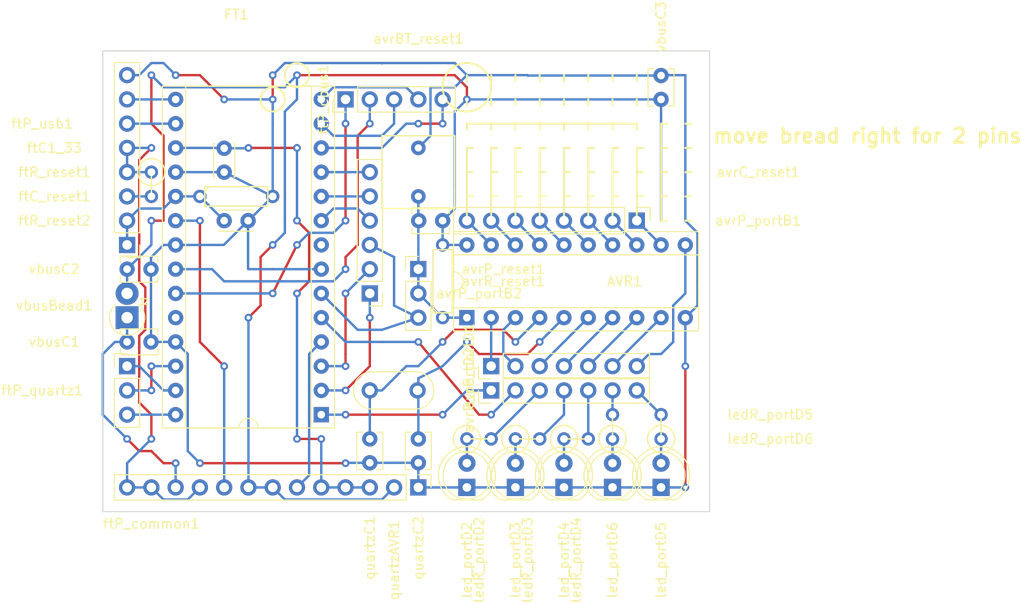
<source format=kicad_pcb>
(kicad_pcb (version 20171130) (host pcbnew 5.0.0-rc2-dev-unknown-2da7199~62~ubuntu17.10.1)

  (general
    (thickness 1.6)
    (drawings 78)
    (tracks 352)
    (zones 0)
    (modules 35)
    (nets 57)
  )

  (page A4)
  (title_block
    (title "AVRtiny2313 FT232RL")
    (date 2017-03-13)
    (rev 1)
    (company TF2)
  )

  (layers
    (0 F.Cu signal)
    (31 B.Cu signal)
    (32 B.Adhes user hide)
    (33 F.Adhes user hide)
    (34 B.Paste user hide)
    (35 F.Paste user hide)
    (36 B.SilkS user hide)
    (37 F.SilkS user)
    (38 B.Mask user hide)
    (39 F.Mask user hide)
    (40 Dwgs.User user hide)
    (41 Cmts.User user hide)
    (42 Eco1.User user hide)
    (43 Eco2.User user hide)
    (44 Edge.Cuts user)
    (45 Margin user hide)
    (46 B.CrtYd user hide)
    (47 F.CrtYd user hide)
    (48 B.Fab user hide)
    (49 F.Fab user hide)
  )

  (setup
    (last_trace_width 0.25)
    (trace_clearance 0.2)
    (zone_clearance 0.508)
    (zone_45_only no)
    (trace_min 0.2)
    (segment_width 0.2)
    (edge_width 0.1)
    (via_size 0.8)
    (via_drill 0.4)
    (via_min_size 0.4)
    (via_min_drill 0.3)
    (uvia_size 0.3)
    (uvia_drill 0.1)
    (uvias_allowed no)
    (uvia_min_size 0.2)
    (uvia_min_drill 0.1)
    (pcb_text_width 0.3)
    (pcb_text_size 1.5 1.5)
    (mod_edge_width 0.15)
    (mod_text_size 1 1)
    (mod_text_width 0.15)
    (pad_size 1.5 1.5)
    (pad_drill 0.6)
    (pad_to_mask_clearance 0)
    (aux_axis_origin 0 0)
    (visible_elements 7FFFFFFF)
    (pcbplotparams
      (layerselection 0x00030_80000001)
      (usegerberextensions false)
      (usegerberattributes false)
      (usegerberadvancedattributes false)
      (creategerberjobfile false)
      (excludeedgelayer true)
      (linewidth 0.100000)
      (plotframeref false)
      (viasonmask false)
      (mode 1)
      (useauxorigin false)
      (hpglpennumber 1)
      (hpglpenspeed 20)
      (hpglpendiameter 15)
      (psnegative false)
      (psa4output false)
      (plotreference true)
      (plotvalue true)
      (plotinvisibletext false)
      (padsonsilk false)
      (subtractmaskfromsilk false)
      (outputformat 1)
      (mirror false)
      (drillshape 0)
      (scaleselection 1)
      (outputdirectory ""))
  )

  (net 0 "")
  (net 1 GND)
  (net 2 /reset)
  (net 3 /SCK)
  (net 4 /MISO)
  (net 5 /MOSI)
  (net 6 /PWREN)
  (net 7 /resumePC)
  (net 8 /TXD)
  (net 9 /RXD)
  (net 10 +3V3)
  (net 11 "Net-(FT1-Pad28)")
  (net 12 "Net-(FT1-Pad27)")
  (net 13 "Net-(FT1-Pad26)")
  (net 14 /VCC_FT)
  (net 15 /VCCIO)
  (net 16 +5V)
  (net 17 "Net-(ledR_portD2-Pad1)")
  (net 18 "Net-(ledR_portD3-Pad1)")
  (net 19 "Net-(ledR_portD4-Pad1)")
  (net 20 "Net-(ledR_portD5-Pad1)")
  (net 21 "Net-(ledR_portD6-Pad1)")
  (net 22 /VCC)
  (net 23 /VCC_filter)
  (net 24 /PD6)
  (net 25 /PD5)
  (net 26 /PD4)
  (net 27 /PD3)
  (net 28 /PD2)
  (net 29 /PD1)
  (net 30 /PD0)
  (net 31 /white)
  (net 32 /blue)
  (net 33 /red)
  (net 34 /green)
  (net 35 /yellow)
  (net 36 /usb+)
  (net 37 /usb-)
  (net 38 "Net-(ftP_usb1-Pad3)")
  (net 39 /ft_reset)
  (net 40 /PB7)
  (net 41 /PB6)
  (net 42 /PB5)
  (net 43 /PB4)
  (net 44 /PB3)
  (net 45 /PB2)
  (net 46 /PB1)
  (net 47 /PB0)
  (net 48 /RTS)
  (net 49 /DTR)
  (net 50 /SLEEP)
  (net 51 /TXDEN)
  (net 52 /RXLED)
  (net 53 /TXLED)
  (net 54 /PA1)
  (net 55 /PA0)
  (net 56 "Net-(led_portD2-Pad1)")

  (net_class Default "This is the default net class."
    (clearance 0.2)
    (trace_width 0.25)
    (via_dia 0.8)
    (via_drill 0.4)
    (uvia_dia 0.3)
    (uvia_drill 0.1)
    (add_net +3V3)
    (add_net +5V)
    (add_net /DTR)
    (add_net /MISO)
    (add_net /MOSI)
    (add_net /PA0)
    (add_net /PA1)
    (add_net /PB0)
    (add_net /PB1)
    (add_net /PB2)
    (add_net /PB3)
    (add_net /PB4)
    (add_net /PB5)
    (add_net /PB6)
    (add_net /PB7)
    (add_net /PD0)
    (add_net /PD1)
    (add_net /PD2)
    (add_net /PD3)
    (add_net /PD4)
    (add_net /PD5)
    (add_net /PD6)
    (add_net /PWREN)
    (add_net /RTS)
    (add_net /RXD)
    (add_net /RXLED)
    (add_net /SCK)
    (add_net /SLEEP)
    (add_net /TXD)
    (add_net /TXDEN)
    (add_net /TXLED)
    (add_net /VCC)
    (add_net /VCCIO)
    (add_net /VCC_FT)
    (add_net /VCC_filter)
    (add_net /blue)
    (add_net /ft_reset)
    (add_net /green)
    (add_net /red)
    (add_net /reset)
    (add_net /resumePC)
    (add_net /usb+)
    (add_net /usb-)
    (add_net /white)
    (add_net /yellow)
    (add_net GND)
    (add_net "Net-(FT1-Pad26)")
    (add_net "Net-(FT1-Pad27)")
    (add_net "Net-(FT1-Pad28)")
    (add_net "Net-(ftP_usb1-Pad3)")
    (add_net "Net-(ledR_portD2-Pad1)")
    (add_net "Net-(ledR_portD3-Pad1)")
    (add_net "Net-(ledR_portD4-Pad1)")
    (add_net "Net-(ledR_portD5-Pad1)")
    (add_net "Net-(ledR_portD6-Pad1)")
    (add_net "Net-(led_portD2-Pad1)")
  )

  (module Housings_DIP:DIP-28_W15.24mm_Socket (layer F.Cu) (tedit 58C10A62) (tstamp 588528A8)
    (at 129.54 111.76 180)
    (descr "28-lead dip package, row spacing 15.24 mm (600 mils), Socket")
    (tags "DIL DIP PDIP 2.54mm 15.24mm 600mil Socket")
    (path /58807094)
    (fp_text reference FT1 (at 8.89 41.91 180) (layer F.SilkS)
      (effects (font (size 1 1) (thickness 0.15)))
    )
    (fp_text value FT232RL_pnt (at 8.89 39.37) (layer F.Fab)
      (effects (font (size 1 1) (thickness 0.15)))
    )
    (fp_arc (start 7.62 -1.39) (end 6.62 -1.39) (angle -180) (layer F.SilkS) (width 0.12))
    (fp_line (start 1.255 -1.27) (end 14.985 -1.27) (layer F.Fab) (width 0.1))
    (fp_line (start 14.985 -1.27) (end 14.985 34.29) (layer F.Fab) (width 0.1))
    (fp_line (start 14.985 34.29) (end 0.255 34.29) (layer F.Fab) (width 0.1))
    (fp_line (start 0.255 34.29) (end 0.255 -0.27) (layer F.Fab) (width 0.1))
    (fp_line (start 0.255 -0.27) (end 1.255 -1.27) (layer F.Fab) (width 0.1))
    (fp_line (start -1.27 -1.27) (end -1.27 34.29) (layer F.Fab) (width 0.1))
    (fp_line (start -1.27 34.29) (end 16.51 34.29) (layer F.Fab) (width 0.1))
    (fp_line (start 16.51 34.29) (end 16.51 -1.27) (layer F.Fab) (width 0.1))
    (fp_line (start 16.51 -1.27) (end -1.27 -1.27) (layer F.Fab) (width 0.1))
    (fp_line (start 6.62 -1.39) (end 1.04 -1.39) (layer F.SilkS) (width 0.12))
    (fp_line (start 1.04 -1.39) (end 1.04 34.41) (layer F.SilkS) (width 0.12))
    (fp_line (start 1.04 34.41) (end 14.2 34.41) (layer F.SilkS) (width 0.12))
    (fp_line (start 14.2 34.41) (end 14.2 -1.39) (layer F.SilkS) (width 0.12))
    (fp_line (start 14.2 -1.39) (end 8.62 -1.39) (layer F.SilkS) (width 0.12))
    (fp_line (start -1.39 -1.39) (end -1.39 34.41) (layer F.SilkS) (width 0.12))
    (fp_line (start -1.39 34.41) (end 16.63 34.41) (layer F.SilkS) (width 0.12))
    (fp_line (start 16.63 34.41) (end 16.63 -1.39) (layer F.SilkS) (width 0.12))
    (fp_line (start 16.63 -1.39) (end -1.39 -1.39) (layer F.SilkS) (width 0.12))
    (fp_line (start -1.7 -1.7) (end -1.7 34.7) (layer F.CrtYd) (width 0.05))
    (fp_line (start -1.7 34.7) (end 16.9 34.7) (layer F.CrtYd) (width 0.05))
    (fp_line (start 16.9 34.7) (end 16.9 -1.7) (layer F.CrtYd) (width 0.05))
    (fp_line (start 16.9 -1.7) (end -1.7 -1.7) (layer F.CrtYd) (width 0.05))
    (pad 1 thru_hole rect (at 0 0 180) (size 1.6 1.6) (drill 0.8) (layers *.Cu *.Mask)
      (net 9 /RXD))
    (pad 15 thru_hole oval (at 15.24 33.02 180) (size 1.6 1.6) (drill 0.8) (layers *.Cu *.Mask)
      (net 36 /usb+))
    (pad 2 thru_hole oval (at 0 2.54 180) (size 1.6 1.6) (drill 0.8) (layers *.Cu *.Mask)
      (net 49 /DTR))
    (pad 16 thru_hole oval (at 15.24 30.48 180) (size 1.6 1.6) (drill 0.8) (layers *.Cu *.Mask)
      (net 37 /usb-))
    (pad 3 thru_hole oval (at 0 5.08 180) (size 1.6 1.6) (drill 0.8) (layers *.Cu *.Mask)
      (net 48 /RTS))
    (pad 17 thru_hole oval (at 15.24 27.94 180) (size 1.6 1.6) (drill 0.8) (layers *.Cu *.Mask)
      (net 10 +3V3))
    (pad 4 thru_hole oval (at 0 7.62 180) (size 1.6 1.6) (drill 0.8) (layers *.Cu *.Mask)
      (net 15 /VCCIO))
    (pad 18 thru_hole oval (at 15.24 25.4 180) (size 1.6 1.6) (drill 0.8) (layers *.Cu *.Mask)
      (net 1 GND))
    (pad 5 thru_hole oval (at 0 10.16 180) (size 1.6 1.6) (drill 0.8) (layers *.Cu *.Mask)
      (net 8 /TXD))
    (pad 19 thru_hole oval (at 15.24 22.86 180) (size 1.6 1.6) (drill 0.8) (layers *.Cu *.Mask)
      (net 39 /ft_reset))
    (pad 6 thru_hole oval (at 0 12.7 180) (size 1.6 1.6) (drill 0.8) (layers *.Cu *.Mask)
      (net 7 /resumePC))
    (pad 20 thru_hole oval (at 15.24 20.32 180) (size 1.6 1.6) (drill 0.8) (layers *.Cu *.Mask)
      (net 14 /VCC_FT))
    (pad 7 thru_hole oval (at 0 15.24 180) (size 1.6 1.6) (drill 0.8) (layers *.Cu *.Mask)
      (net 1 GND))
    (pad 21 thru_hole oval (at 15.24 17.78 180) (size 1.6 1.6) (drill 0.8) (layers *.Cu *.Mask)
      (net 1 GND))
    (pad 8 thru_hole oval (at 0 17.78 180) (size 1.6 1.6) (drill 0.8) (layers *.Cu *.Mask))
    (pad 22 thru_hole oval (at 15.24 15.24 180) (size 1.6 1.6) (drill 0.8) (layers *.Cu *.Mask)
      (net 52 /RXLED))
    (pad 9 thru_hole oval (at 0 20.32 180) (size 1.6 1.6) (drill 0.8) (layers *.Cu *.Mask)
      (net 3 /SCK))
    (pad 23 thru_hole oval (at 15.24 12.7 180) (size 1.6 1.6) (drill 0.8) (layers *.Cu *.Mask)
      (net 53 /TXLED))
    (pad 10 thru_hole oval (at 0 22.86 180) (size 1.6 1.6) (drill 0.8) (layers *.Cu *.Mask)
      (net 5 /MOSI))
    (pad 24 thru_hole oval (at 15.24 10.16 180) (size 1.6 1.6) (drill 0.8) (layers *.Cu *.Mask))
    (pad 11 thru_hole oval (at 0 25.4 180) (size 1.6 1.6) (drill 0.8) (layers *.Cu *.Mask)
      (net 4 /MISO))
    (pad 25 thru_hole oval (at 15.24 7.62 180) (size 1.6 1.6) (drill 0.8) (layers *.Cu *.Mask)
      (net 1 GND))
    (pad 12 thru_hole oval (at 0 27.94 180) (size 1.6 1.6) (drill 0.8) (layers *.Cu *.Mask)
      (net 50 /SLEEP))
    (pad 26 thru_hole oval (at 15.24 5.08 180) (size 1.6 1.6) (drill 0.8) (layers *.Cu *.Mask)
      (net 13 "Net-(FT1-Pad26)"))
    (pad 13 thru_hole oval (at 0 30.48 180) (size 1.6 1.6) (drill 0.8) (layers *.Cu *.Mask)
      (net 51 /TXDEN))
    (pad 27 thru_hole oval (at 15.24 2.54 180) (size 1.6 1.6) (drill 0.8) (layers *.Cu *.Mask)
      (net 12 "Net-(FT1-Pad27)"))
    (pad 14 thru_hole oval (at 0 33.02 180) (size 1.6 1.6) (drill 0.8) (layers *.Cu *.Mask)
      (net 6 /PWREN))
    (pad 28 thru_hole oval (at 15.24 0 180) (size 1.6 1.6) (drill 0.8) (layers *.Cu *.Mask)
      (net 11 "Net-(FT1-Pad28)"))
    (model Housings_DIP.3dshapes/DIP-28_W15.24mm_Socket.wrl
      (at (xyz 0 0 0))
      (scale (xyz 1 1 1))
      (rotate (xyz 0 0 0))
    )
  )

  (module Capacitors_THT:C_Disc_D3.4mm_W2.1mm_P2.50mm (layer F.Cu) (tedit 59123D46) (tstamp 5912568B)
    (at 119.38 86.36 90)
    (descr "C, Disc series, Radial, pin pitch=2.50mm, , diameter*width=3.4*2.1mm^2, Capacitor, http://www.vishay.com/docs/45233/krseries.pdf")
    (tags "C Disc series Radial pin pitch 2.50mm  diameter 3.4mm width 2.1mm Capacitor")
    (path /5876B8A4)
    (fp_text reference ftC1_33 (at 2.54 -17.78 180) (layer F.SilkS)
      (effects (font (size 1 1) (thickness 0.15)))
    )
    (fp_text value 100n (at 1.25 2.11 90) (layer F.Fab)
      (effects (font (size 1 1) (thickness 0.15)))
    )
    (fp_line (start 3.55 -1.4) (end -1.05 -1.4) (layer F.CrtYd) (width 0.05))
    (fp_line (start 3.55 1.4) (end 3.55 -1.4) (layer F.CrtYd) (width 0.05))
    (fp_line (start -1.05 1.4) (end 3.55 1.4) (layer F.CrtYd) (width 0.05))
    (fp_line (start -1.05 -1.4) (end -1.05 1.4) (layer F.CrtYd) (width 0.05))
    (fp_line (start 3.01 0.996) (end 3.01 1.11) (layer F.SilkS) (width 0.12))
    (fp_line (start 3.01 -1.11) (end 3.01 -0.996) (layer F.SilkS) (width 0.12))
    (fp_line (start -0.51 0.996) (end -0.51 1.11) (layer F.SilkS) (width 0.12))
    (fp_line (start -0.51 -1.11) (end -0.51 -0.996) (layer F.SilkS) (width 0.12))
    (fp_line (start -0.51 1.11) (end 3.01 1.11) (layer F.SilkS) (width 0.12))
    (fp_line (start -0.51 -1.11) (end 3.01 -1.11) (layer F.SilkS) (width 0.12))
    (fp_line (start 2.95 -1.05) (end -0.45 -1.05) (layer F.Fab) (width 0.1))
    (fp_line (start 2.95 1.05) (end 2.95 -1.05) (layer F.Fab) (width 0.1))
    (fp_line (start -0.45 1.05) (end 2.95 1.05) (layer F.Fab) (width 0.1))
    (fp_line (start -0.45 -1.05) (end -0.45 1.05) (layer F.Fab) (width 0.1))
    (pad 2 thru_hole circle (at 2.5 0 90) (size 1.6 1.6) (drill 0.8) (layers *.Cu *.Mask)
      (net 10 +3V3))
    (pad 1 thru_hole circle (at 0 0 90) (size 1.6 1.6) (drill 0.8) (layers *.Cu *.Mask)
      (net 1 GND))
    (model Capacitors_THT.3dshapes/C_Disc_D3.4mm_W2.1mm_P2.50mm.wrl
      (at (xyz 0 0 0))
      (scale (xyz 0.393701 0.393701 0.393701))
      (rotate (xyz 0 0 0))
    )
  )

  (module Pin_Headers:Pin_Header_Straight_1x07_Pitch2.54mm (layer F.Cu) (tedit 58CD4EC1) (tstamp 591057E2)
    (at 147.32 109.22 90)
    (descr "Through hole straight pin header, 1x07, 2.54mm pitch, single row")
    (tags "Through hole pin header THT 1x07 2.54mm single row")
    (path /587C0E18)
    (fp_text reference avrP_portD2 (at 0 -2.33 90) (layer F.SilkS)
      (effects (font (size 1 1) (thickness 0.15)))
    )
    (fp_text value CONN_01X07 (at 0 17.57 90) (layer F.Fab)
      (effects (font (size 1 1) (thickness 0.15)))
    )
    (fp_line (start -1.27 -1.27) (end -1.27 16.51) (layer F.Fab) (width 0.1))
    (fp_line (start -1.27 16.51) (end 1.27 16.51) (layer F.Fab) (width 0.1))
    (fp_line (start 1.27 16.51) (end 1.27 -1.27) (layer F.Fab) (width 0.1))
    (fp_line (start 1.27 -1.27) (end -1.27 -1.27) (layer F.Fab) (width 0.1))
    (fp_line (start -1.33 1.27) (end -1.33 16.57) (layer F.SilkS) (width 0.12))
    (fp_line (start -1.33 16.57) (end 1.33 16.57) (layer F.SilkS) (width 0.12))
    (fp_line (start 1.33 16.57) (end 1.33 1.27) (layer F.SilkS) (width 0.12))
    (fp_line (start 1.33 1.27) (end -1.33 1.27) (layer F.SilkS) (width 0.12))
    (fp_line (start -1.33 0) (end -1.33 -1.33) (layer F.SilkS) (width 0.12))
    (fp_line (start -1.33 -1.33) (end 0 -1.33) (layer F.SilkS) (width 0.12))
    (fp_line (start -1.8 -1.8) (end -1.8 17.05) (layer F.CrtYd) (width 0.05))
    (fp_line (start -1.8 17.05) (end 1.8 17.05) (layer F.CrtYd) (width 0.05))
    (fp_line (start 1.8 17.05) (end 1.8 -1.8) (layer F.CrtYd) (width 0.05))
    (fp_line (start 1.8 -1.8) (end -1.8 -1.8) (layer F.CrtYd) (width 0.05))
    (fp_text user %R (at 0 -2.33 90) (layer F.Fab)
      (effects (font (size 1 1) (thickness 0.15)))
    )
    (pad 1 thru_hole rect (at 0 0 90) (size 1.7 1.7) (drill 1) (layers *.Cu *.Mask)
      (net 9 /RXD))
    (pad 2 thru_hole oval (at 0 2.54 90) (size 1.7 1.7) (drill 1) (layers *.Cu *.Mask)
      (net 8 /TXD))
    (pad 3 thru_hole oval (at 0 5.08 90) (size 1.7 1.7) (drill 1) (layers *.Cu *.Mask)
      (net 31 /white))
    (pad 4 thru_hole oval (at 0 7.62 90) (size 1.7 1.7) (drill 1) (layers *.Cu *.Mask)
      (net 32 /blue))
    (pad 5 thru_hole oval (at 0 10.16 90) (size 1.7 1.7) (drill 1) (layers *.Cu *.Mask)
      (net 33 /red))
    (pad 6 thru_hole oval (at 0 12.7 90) (size 1.7 1.7) (drill 1) (layers *.Cu *.Mask)
      (net 34 /green))
    (pad 7 thru_hole oval (at 0 15.24 90) (size 1.7 1.7) (drill 1) (layers *.Cu *.Mask)
      (net 35 /yellow))
    (model ${KISYS3DMOD}/Pin_Headers.3dshapes/Pin_Header_Straight_1x07_Pitch2.54mm.wrl
      (offset (xyz 0 -7.619999885559082 0))
      (scale (xyz 1 1 1))
      (rotate (xyz 0 0 90))
    )
  )

  (module Pin_Headers:Pin_Header_Straight_1x07_Pitch2.54mm (layer F.Cu) (tedit 58CD4EC1) (tstamp 59105797)
    (at 147.32 106.68 90)
    (descr "Through hole straight pin header, 1x07, 2.54mm pitch, single row")
    (tags "Through hole pin header THT 1x07 2.54mm single row")
    (path /587C0CEB)
    (fp_text reference avrP_portD1 (at 0 -2.33 90) (layer F.SilkS)
      (effects (font (size 1 1) (thickness 0.15)))
    )
    (fp_text value CONN_01X07 (at 0 17.57 90) (layer F.Fab)
      (effects (font (size 1 1) (thickness 0.15)))
    )
    (fp_text user %R (at 0 -2.33 90) (layer F.Fab)
      (effects (font (size 1 1) (thickness 0.15)))
    )
    (fp_line (start 1.8 -1.8) (end -1.8 -1.8) (layer F.CrtYd) (width 0.05))
    (fp_line (start 1.8 17.05) (end 1.8 -1.8) (layer F.CrtYd) (width 0.05))
    (fp_line (start -1.8 17.05) (end 1.8 17.05) (layer F.CrtYd) (width 0.05))
    (fp_line (start -1.8 -1.8) (end -1.8 17.05) (layer F.CrtYd) (width 0.05))
    (fp_line (start -1.33 -1.33) (end 0 -1.33) (layer F.SilkS) (width 0.12))
    (fp_line (start -1.33 0) (end -1.33 -1.33) (layer F.SilkS) (width 0.12))
    (fp_line (start 1.33 1.27) (end -1.33 1.27) (layer F.SilkS) (width 0.12))
    (fp_line (start 1.33 16.57) (end 1.33 1.27) (layer F.SilkS) (width 0.12))
    (fp_line (start -1.33 16.57) (end 1.33 16.57) (layer F.SilkS) (width 0.12))
    (fp_line (start -1.33 1.27) (end -1.33 16.57) (layer F.SilkS) (width 0.12))
    (fp_line (start 1.27 -1.27) (end -1.27 -1.27) (layer F.Fab) (width 0.1))
    (fp_line (start 1.27 16.51) (end 1.27 -1.27) (layer F.Fab) (width 0.1))
    (fp_line (start -1.27 16.51) (end 1.27 16.51) (layer F.Fab) (width 0.1))
    (fp_line (start -1.27 -1.27) (end -1.27 16.51) (layer F.Fab) (width 0.1))
    (pad 7 thru_hole oval (at 0 15.24 90) (size 1.7 1.7) (drill 1) (layers *.Cu *.Mask)
      (net 24 /PD6))
    (pad 6 thru_hole oval (at 0 12.7 90) (size 1.7 1.7) (drill 1) (layers *.Cu *.Mask)
      (net 25 /PD5))
    (pad 5 thru_hole oval (at 0 10.16 90) (size 1.7 1.7) (drill 1) (layers *.Cu *.Mask)
      (net 26 /PD4))
    (pad 4 thru_hole oval (at 0 7.62 90) (size 1.7 1.7) (drill 1) (layers *.Cu *.Mask)
      (net 27 /PD3))
    (pad 3 thru_hole oval (at 0 5.08 90) (size 1.7 1.7) (drill 1) (layers *.Cu *.Mask)
      (net 28 /PD2))
    (pad 2 thru_hole oval (at 0 2.54 90) (size 1.7 1.7) (drill 1) (layers *.Cu *.Mask)
      (net 29 /PD1))
    (pad 1 thru_hole rect (at 0 0 90) (size 1.7 1.7) (drill 1) (layers *.Cu *.Mask)
      (net 30 /PD0))
    (model ${KISYS3DMOD}/Pin_Headers.3dshapes/Pin_Header_Straight_1x07_Pitch2.54mm.wrl
      (offset (xyz 0 -7.619999885559082 0))
      (scale (xyz 1 1 1))
      (rotate (xyz 0 0 90))
    )
  )

  (module Pin_Headers:Pin_Header_Straight_1x06_Pitch2.54mm (layer F.Cu) (tedit 590C7F3C) (tstamp 59097A25)
    (at 134.62 99.06 180)
    (descr "Through hole straight pin header, 1x06, 2.54mm pitch, single row")
    (tags "Through hole pin header THT 1x06 2.54mm single row")
    (path /587C4332)
    (fp_text reference avrP_portB2 (at -11.43 0 180) (layer F.SilkS)
      (effects (font (size 1 1) (thickness 0.15)))
    )
    (fp_text value CONN_01X06 (at -2.54 31.75 180) (layer F.Fab) hide
      (effects (font (size 1 1) (thickness 0.15)))
    )
    (fp_text user %R (at 0 -2.33 180) (layer F.Fab)
      (effects (font (size 1 1) (thickness 0.15)))
    )
    (fp_line (start 1.8 -1.8) (end -1.8 -1.8) (layer F.CrtYd) (width 0.05))
    (fp_line (start 1.8 14.5) (end 1.8 -1.8) (layer F.CrtYd) (width 0.05))
    (fp_line (start -1.8 14.5) (end 1.8 14.5) (layer F.CrtYd) (width 0.05))
    (fp_line (start -1.8 -1.8) (end -1.8 14.5) (layer F.CrtYd) (width 0.05))
    (fp_line (start -1.33 -1.33) (end 0 -1.33) (layer F.SilkS) (width 0.12))
    (fp_line (start -1.33 0) (end -1.33 -1.33) (layer F.SilkS) (width 0.12))
    (fp_line (start 1.33 1.27) (end -1.33 1.27) (layer F.SilkS) (width 0.12))
    (fp_line (start 1.33 14.03) (end 1.33 1.27) (layer F.SilkS) (width 0.12))
    (fp_line (start -1.33 14.03) (end 1.33 14.03) (layer F.SilkS) (width 0.12))
    (fp_line (start -1.33 1.27) (end -1.33 14.03) (layer F.SilkS) (width 0.12))
    (fp_line (start 1.27 -1.27) (end -1.27 -1.27) (layer F.Fab) (width 0.1))
    (fp_line (start 1.27 13.97) (end 1.27 -1.27) (layer F.Fab) (width 0.1))
    (fp_line (start -1.27 13.97) (end 1.27 13.97) (layer F.Fab) (width 0.1))
    (fp_line (start -1.27 -1.27) (end -1.27 13.97) (layer F.Fab) (width 0.1))
    (pad 6 thru_hole oval (at 0 12.7 180) (size 1.7 1.7) (drill 1) (layers *.Cu *.Mask)
      (net 4 /MISO))
    (pad 5 thru_hole oval (at 0 10.16 180) (size 1.7 1.7) (drill 1) (layers *.Cu *.Mask)
      (net 5 /MOSI))
    (pad 4 thru_hole oval (at 0 7.62 180) (size 1.7 1.7) (drill 1) (layers *.Cu *.Mask)
      (net 3 /SCK))
    (pad 3 thru_hole oval (at 0 5.08 180) (size 1.7 1.7) (drill 1) (layers *.Cu *.Mask)
      (net 7 /resumePC))
    (pad 2 thru_hole oval (at 0 2.54 180) (size 1.7 1.7) (drill 1) (layers *.Cu *.Mask)
      (net 48 /RTS))
    (pad 1 thru_hole rect (at 0 0 180) (size 1.7 1.7) (drill 1) (layers *.Cu *.Mask)
      (net 49 /DTR))
    (model ${KISYS3DMOD}/Pin_Headers.3dshapes/Pin_Header_Straight_1x06_Pitch2.54mm.wrl
      (offset (xyz 0 -6.349999904632568 0))
      (scale (xyz 1 1 1))
      (rotate (xyz 0 0 90))
    )
  )

  (module Capacitors_THT:C_Disc_D3.4mm_W2.1mm_P2.50mm (layer F.Cu) (tedit 59123702) (tstamp 59092171)
    (at 119.38 91.44)
    (descr "C, Disc series, Radial, pin pitch=2.50mm, , diameter*width=3.4*2.1mm^2, Capacitor, http://www.vishay.com/docs/45233/krseries.pdf")
    (tags "C Disc series Radial pin pitch 2.50mm  diameter 3.4mm width 2.1mm Capacitor")
    (path /590129A2)
    (fp_text reference ftC_reset1 (at -17.78 -2.54) (layer F.SilkS)
      (effects (font (size 1 1) (thickness 0.15)))
    )
    (fp_text value 100n (at -24.13 0) (layer F.Fab)
      (effects (font (size 1 1) (thickness 0.15)))
    )
    (fp_line (start 3.55 -1.4) (end -1.05 -1.4) (layer F.CrtYd) (width 0.05))
    (fp_line (start 3.55 1.4) (end 3.55 -1.4) (layer F.CrtYd) (width 0.05))
    (fp_line (start -1.05 1.4) (end 3.55 1.4) (layer F.CrtYd) (width 0.05))
    (fp_line (start -1.05 -1.4) (end -1.05 1.4) (layer F.CrtYd) (width 0.05))
    (fp_line (start 3.01 0.996) (end 3.01 1.11) (layer F.SilkS) (width 0.12))
    (fp_line (start 3.01 -1.11) (end 3.01 -0.996) (layer F.SilkS) (width 0.12))
    (fp_line (start -0.51 0.996) (end -0.51 1.11) (layer F.SilkS) (width 0.12))
    (fp_line (start -0.51 -1.11) (end -0.51 -0.996) (layer F.SilkS) (width 0.12))
    (fp_line (start -0.51 1.11) (end 3.01 1.11) (layer F.SilkS) (width 0.12))
    (fp_line (start -0.51 -1.11) (end 3.01 -1.11) (layer F.SilkS) (width 0.12))
    (fp_line (start 2.95 -1.05) (end -0.45 -1.05) (layer F.Fab) (width 0.1))
    (fp_line (start 2.95 1.05) (end 2.95 -1.05) (layer F.Fab) (width 0.1))
    (fp_line (start -0.45 1.05) (end 2.95 1.05) (layer F.Fab) (width 0.1))
    (fp_line (start -0.45 -1.05) (end -0.45 1.05) (layer F.Fab) (width 0.1))
    (pad 2 thru_hole circle (at 2.5 0) (size 1.6 1.6) (drill 0.8) (layers *.Cu *.Mask)
      (net 1 GND))
    (pad 1 thru_hole circle (at 0 0) (size 1.6 1.6) (drill 0.8) (layers *.Cu *.Mask)
      (net 39 /ft_reset))
    (model Capacitors_THT.3dshapes/C_Disc_D3.4mm_W2.1mm_P2.50mm.wrl
      (at (xyz 0 0 0))
      (scale (xyz 0.393701 0.393701 0.393701))
      (rotate (xyz 0 0 0))
    )
  )

  (module Pin_Headers:Pin_Header_Straight_1x03_Pitch2.54mm (layer F.Cu) (tedit 590B03F4) (tstamp 59091D72)
    (at 109.22 106.68)
    (descr "Through hole straight pin header, 1x03, 2.54mm pitch, single row")
    (tags "Through hole pin header THT 1x03 2.54mm single row")
    (path /58D05C4E)
    (fp_text reference ftP_quartz1 (at -8.89 2.54) (layer F.SilkS)
      (effects (font (size 1 1) (thickness 0.15)))
    )
    (fp_text value CONN_01X03 (at -13.97 6.35) (layer F.Fab) hide
      (effects (font (size 1 1) (thickness 0.15)))
    )
    (fp_line (start -1.27 -1.27) (end -1.27 6.35) (layer F.Fab) (width 0.1))
    (fp_line (start -1.27 6.35) (end 1.27 6.35) (layer F.Fab) (width 0.1))
    (fp_line (start 1.27 6.35) (end 1.27 -1.27) (layer F.Fab) (width 0.1))
    (fp_line (start 1.27 -1.27) (end -1.27 -1.27) (layer F.Fab) (width 0.1))
    (fp_line (start -1.33 1.27) (end -1.33 6.41) (layer F.SilkS) (width 0.12))
    (fp_line (start -1.33 6.41) (end 1.33 6.41) (layer F.SilkS) (width 0.12))
    (fp_line (start 1.33 6.41) (end 1.33 1.27) (layer F.SilkS) (width 0.12))
    (fp_line (start 1.33 1.27) (end -1.33 1.27) (layer F.SilkS) (width 0.12))
    (fp_line (start -1.33 0) (end -1.33 -1.33) (layer F.SilkS) (width 0.12))
    (fp_line (start -1.33 -1.33) (end 0 -1.33) (layer F.SilkS) (width 0.12))
    (fp_line (start -1.8 -1.8) (end -1.8 6.85) (layer F.CrtYd) (width 0.05))
    (fp_line (start -1.8 6.85) (end 1.8 6.85) (layer F.CrtYd) (width 0.05))
    (fp_line (start 1.8 6.85) (end 1.8 -1.8) (layer F.CrtYd) (width 0.05))
    (fp_line (start 1.8 -1.8) (end -1.8 -1.8) (layer F.CrtYd) (width 0.05))
    (fp_text user %R (at -19.05 2.54) (layer F.Fab) hide
      (effects (font (size 1 1) (thickness 0.15)))
    )
    (pad 1 thru_hole rect (at 0 0) (size 1.7 1.7) (drill 1) (layers *.Cu *.Mask)
      (net 12 "Net-(FT1-Pad27)"))
    (pad 2 thru_hole oval (at 0 2.54) (size 1.7 1.7) (drill 1) (layers *.Cu *.Mask)
      (net 13 "Net-(FT1-Pad26)"))
    (pad 3 thru_hole oval (at 0 5.08) (size 1.7 1.7) (drill 1) (layers *.Cu *.Mask)
      (net 11 "Net-(FT1-Pad28)"))
    (model ${KISYS3DMOD}/Pin_Headers.3dshapes/Pin_Header_Straight_1x03_Pitch2.54mm.wrl
      (offset (xyz 0 -2.539999961853027 0))
      (scale (xyz 1 1 1))
      (rotate (xyz 0 0 90))
    )
  )

  (module Pin_Headers:Pin_Header_Straight_1x03_Pitch2.54mm (layer F.Cu) (tedit 590B04E3) (tstamp 59091D32)
    (at 139.7 96.52)
    (descr "Through hole straight pin header, 1x03, 2.54mm pitch, single row")
    (tags "Through hole pin header THT 1x03 2.54mm single row")
    (path /58CEA62B)
    (fp_text reference avrP_reset1 (at 8.89 0) (layer F.SilkS)
      (effects (font (size 1 1) (thickness 0.15)))
    )
    (fp_text value CONN_01X05 (at 0 -26.67) (layer F.Fab) hide
      (effects (font (size 1 1) (thickness 0.15)))
    )
    (fp_text user %R (at 0 -2.33) (layer F.Fab)
      (effects (font (size 1 1) (thickness 0.15)))
    )
    (fp_line (start 1.8 -1.8) (end -1.8 -1.8) (layer F.CrtYd) (width 0.05))
    (fp_line (start 1.8 6.85) (end 1.8 -1.8) (layer F.CrtYd) (width 0.05))
    (fp_line (start -1.8 6.85) (end 1.8 6.85) (layer F.CrtYd) (width 0.05))
    (fp_line (start -1.8 -1.8) (end -1.8 6.85) (layer F.CrtYd) (width 0.05))
    (fp_line (start -1.33 -1.33) (end 0 -1.33) (layer F.SilkS) (width 0.12))
    (fp_line (start -1.33 0) (end -1.33 -1.33) (layer F.SilkS) (width 0.12))
    (fp_line (start 1.33 1.27) (end -1.33 1.27) (layer F.SilkS) (width 0.12))
    (fp_line (start 1.33 6.41) (end 1.33 1.27) (layer F.SilkS) (width 0.12))
    (fp_line (start -1.33 6.41) (end 1.33 6.41) (layer F.SilkS) (width 0.12))
    (fp_line (start -1.33 1.27) (end -1.33 6.41) (layer F.SilkS) (width 0.12))
    (fp_line (start 1.27 -1.27) (end -1.27 -1.27) (layer F.Fab) (width 0.1))
    (fp_line (start 1.27 6.35) (end 1.27 -1.27) (layer F.Fab) (width 0.1))
    (fp_line (start -1.27 6.35) (end 1.27 6.35) (layer F.Fab) (width 0.1))
    (fp_line (start -1.27 -1.27) (end -1.27 6.35) (layer F.Fab) (width 0.1))
    (pad 3 thru_hole oval (at 0 5.08) (size 1.7 1.7) (drill 1) (layers *.Cu *.Mask)
      (net 7 /resumePC))
    (pad 2 thru_hole oval (at 0 2.54) (size 1.7 1.7) (drill 1) (layers *.Cu *.Mask)
      (net 2 /reset))
    (pad 1 thru_hole rect (at 0 0) (size 1.7 1.7) (drill 1) (layers *.Cu *.Mask)
      (net 2 /reset))
    (model ${KISYS3DMOD}/Pin_Headers.3dshapes/Pin_Header_Straight_1x03_Pitch2.54mm.wrl
      (offset (xyz 0 -2.539999961853027 0))
      (scale (xyz 1 1 1))
      (rotate (xyz 0 0 90))
    )
  )

  (module Pin_Headers:Pin_Header_Straight_1x05_Pitch2.54mm (layer F.Cu) (tedit 590B05C8) (tstamp 59091CEE)
    (at 132.08 78.74 90)
    (descr "Through hole straight pin header, 1x05, 2.54mm pitch, single row")
    (tags "Through hole pin header THT 1x05 2.54mm single row")
    (path /58C6F5B6)
    (fp_text reference ftP_cbus1 (at 0 -2.33 90) (layer F.SilkS)
      (effects (font (size 1 1) (thickness 0.15)))
    )
    (fp_text value CONN_01X05 (at 10.16 5.08 180) (layer F.Fab)
      (effects (font (size 1 1) (thickness 0.15)))
    )
    (fp_text user %R (at 0 -2.33 90) (layer F.Fab)
      (effects (font (size 1 1) (thickness 0.15)))
    )
    (fp_line (start 1.8 -1.8) (end -1.8 -1.8) (layer F.CrtYd) (width 0.05))
    (fp_line (start 1.8 11.95) (end 1.8 -1.8) (layer F.CrtYd) (width 0.05))
    (fp_line (start -1.8 11.95) (end 1.8 11.95) (layer F.CrtYd) (width 0.05))
    (fp_line (start -1.8 -1.8) (end -1.8 11.95) (layer F.CrtYd) (width 0.05))
    (fp_line (start -1.33 -1.33) (end 0 -1.33) (layer F.SilkS) (width 0.12))
    (fp_line (start -1.33 0) (end -1.33 -1.33) (layer F.SilkS) (width 0.12))
    (fp_line (start 1.33 1.27) (end -1.33 1.27) (layer F.SilkS) (width 0.12))
    (fp_line (start 1.33 11.49) (end 1.33 1.27) (layer F.SilkS) (width 0.12))
    (fp_line (start -1.33 11.49) (end 1.33 11.49) (layer F.SilkS) (width 0.12))
    (fp_line (start -1.33 1.27) (end -1.33 11.49) (layer F.SilkS) (width 0.12))
    (fp_line (start 1.27 -1.27) (end -1.27 -1.27) (layer F.Fab) (width 0.1))
    (fp_line (start 1.27 11.43) (end 1.27 -1.27) (layer F.Fab) (width 0.1))
    (fp_line (start -1.27 11.43) (end 1.27 11.43) (layer F.Fab) (width 0.1))
    (fp_line (start -1.27 -1.27) (end -1.27 11.43) (layer F.Fab) (width 0.1))
    (pad 5 thru_hole oval (at 0 10.16 90) (size 1.7 1.7) (drill 1) (layers *.Cu *.Mask)
      (net 50 /SLEEP))
    (pad 4 thru_hole oval (at 0 7.62 90) (size 1.7 1.7) (drill 1) (layers *.Cu *.Mask)
      (net 6 /PWREN))
    (pad 3 thru_hole oval (at 0 5.08 90) (size 1.7 1.7) (drill 1) (layers *.Cu *.Mask)
      (net 51 /TXDEN))
    (pad 2 thru_hole oval (at 0 2.54 90) (size 1.7 1.7) (drill 1) (layers *.Cu *.Mask)
      (net 52 /RXLED))
    (pad 1 thru_hole rect (at 0 0 90) (size 1.7 1.7) (drill 1) (layers *.Cu *.Mask)
      (net 53 /TXLED))
    (model ${KISYS3DMOD}/Pin_Headers.3dshapes/Pin_Header_Straight_1x05_Pitch2.54mm.wrl
      (offset (xyz 0 -5.079999923706055 0))
      (scale (xyz 1 1 1))
      (rotate (xyz 0 0 90))
    )
  )

  (module Pin_Headers:Pin_Header_Straight_1x08_Pitch2.54mm (layer F.Cu) (tedit 590A0453) (tstamp 59091C25)
    (at 109.22 93.98 180)
    (descr "Through hole straight pin header, 1x08, 2.54mm pitch, single row")
    (tags "Through hole pin header THT 1x08 2.54mm single row")
    (path /58B3F7E8)
    (fp_text reference ftP_usb1 (at 8.89 12.7 180) (layer F.SilkS)
      (effects (font (size 1 1) (thickness 0.15)))
    )
    (fp_text value CONN_01X08 (at 10.16 15.24 180) (layer F.Fab)
      (effects (font (size 1 1) (thickness 0.15)))
    )
    (fp_text user %R (at 8.89 17.78 180) (layer F.Fab) hide
      (effects (font (size 1 1) (thickness 0.15)))
    )
    (fp_line (start 1.8 -1.8) (end -1.8 -1.8) (layer F.CrtYd) (width 0.05))
    (fp_line (start 1.8 19.55) (end 1.8 -1.8) (layer F.CrtYd) (width 0.05))
    (fp_line (start -1.8 19.55) (end 1.8 19.55) (layer F.CrtYd) (width 0.05))
    (fp_line (start -1.8 -1.8) (end -1.8 19.55) (layer F.CrtYd) (width 0.05))
    (fp_line (start -1.33 -1.33) (end 0 -1.33) (layer F.SilkS) (width 0.12))
    (fp_line (start -1.33 0) (end -1.33 -1.33) (layer F.SilkS) (width 0.12))
    (fp_line (start 1.33 1.27) (end -1.33 1.27) (layer F.SilkS) (width 0.12))
    (fp_line (start 1.33 19.11) (end 1.33 1.27) (layer F.SilkS) (width 0.12))
    (fp_line (start -1.33 19.11) (end 1.33 19.11) (layer F.SilkS) (width 0.12))
    (fp_line (start -1.33 1.27) (end -1.33 19.11) (layer F.SilkS) (width 0.12))
    (fp_line (start 1.27 -1.27) (end -1.27 -1.27) (layer F.Fab) (width 0.1))
    (fp_line (start 1.27 19.05) (end 1.27 -1.27) (layer F.Fab) (width 0.1))
    (fp_line (start -1.27 19.05) (end 1.27 19.05) (layer F.Fab) (width 0.1))
    (fp_line (start -1.27 -1.27) (end -1.27 19.05) (layer F.Fab) (width 0.1))
    (pad 8 thru_hole oval (at 0 17.78 180) (size 1.7 1.7) (drill 1) (layers *.Cu *.Mask)
      (net 1 GND))
    (pad 7 thru_hole oval (at 0 15.24 180) (size 1.7 1.7) (drill 1) (layers *.Cu *.Mask)
      (net 36 /usb+))
    (pad 6 thru_hole oval (at 0 12.7 180) (size 1.7 1.7) (drill 1) (layers *.Cu *.Mask)
      (net 37 /usb-))
    (pad 5 thru_hole oval (at 0 10.16 180) (size 1.7 1.7) (drill 1) (layers *.Cu *.Mask)
      (net 16 +5V))
    (pad 4 thru_hole oval (at 0 7.62 180) (size 1.7 1.7) (drill 1) (layers *.Cu *.Mask)
      (net 16 +5V))
    (pad 3 thru_hole oval (at 0 5.08 180) (size 1.7 1.7) (drill 1) (layers *.Cu *.Mask)
      (net 38 "Net-(ftP_usb1-Pad3)"))
    (pad 2 thru_hole oval (at 0 2.54 180) (size 1.7 1.7) (drill 1) (layers *.Cu *.Mask)
      (net 39 /ft_reset))
    (pad 1 thru_hole rect (at 0 0 180) (size 1.7 1.7) (drill 1) (layers *.Cu *.Mask)
      (net 39 /ft_reset))
    (model ${KISYS3DMOD}/Pin_Headers.3dshapes/Pin_Header_Straight_1x08_Pitch2.54mm.wrl
      (offset (xyz 0 -8.889999866485596 0))
      (scale (xyz 1 1 1))
      (rotate (xyz 0 0 90))
    )
  )

  (module Pin_Headers:Pin_Header_Straight_1x13_Pitch2.54mm (layer F.Cu) (tedit 590B041E) (tstamp 59091B64)
    (at 139.7 119.38 270)
    (descr "Through hole straight pin header, 1x13, 2.54mm pitch, single row")
    (tags "Through hole pin header THT 1x13 2.54mm single row")
    (path /587B80DC)
    (fp_text reference ftP_common1 (at 3.81 27.94) (layer F.SilkS)
      (effects (font (size 1 1) (thickness 0.15)))
    )
    (fp_text value CONN_01X13 (at 13.97 27.94) (layer F.Fab) hide
      (effects (font (size 1 1) (thickness 0.15)))
    )
    (fp_text user %R (at 11.43 27.94) (layer F.Fab) hide
      (effects (font (size 1 1) (thickness 0.15)))
    )
    (fp_line (start 1.8 -1.8) (end -1.8 -1.8) (layer F.CrtYd) (width 0.05))
    (fp_line (start 1.8 32.25) (end 1.8 -1.8) (layer F.CrtYd) (width 0.05))
    (fp_line (start -1.8 32.25) (end 1.8 32.25) (layer F.CrtYd) (width 0.05))
    (fp_line (start -1.8 -1.8) (end -1.8 32.25) (layer F.CrtYd) (width 0.05))
    (fp_line (start -1.33 -1.33) (end 0 -1.33) (layer F.SilkS) (width 0.12))
    (fp_line (start -1.33 0) (end -1.33 -1.33) (layer F.SilkS) (width 0.12))
    (fp_line (start 1.33 1.27) (end -1.33 1.27) (layer F.SilkS) (width 0.12))
    (fp_line (start 1.33 31.81) (end 1.33 1.27) (layer F.SilkS) (width 0.12))
    (fp_line (start -1.33 31.81) (end 1.33 31.81) (layer F.SilkS) (width 0.12))
    (fp_line (start -1.33 1.27) (end -1.33 31.81) (layer F.SilkS) (width 0.12))
    (fp_line (start 1.27 -1.27) (end -1.27 -1.27) (layer F.Fab) (width 0.1))
    (fp_line (start 1.27 31.75) (end 1.27 -1.27) (layer F.Fab) (width 0.1))
    (fp_line (start -1.27 31.75) (end 1.27 31.75) (layer F.Fab) (width 0.1))
    (fp_line (start -1.27 -1.27) (end -1.27 31.75) (layer F.Fab) (width 0.1))
    (pad 13 thru_hole oval (at 0 30.48 270) (size 1.7 1.7) (drill 1) (layers *.Cu *.Mask)
      (net 16 +5V))
    (pad 12 thru_hole oval (at 0 27.94 270) (size 1.7 1.7) (drill 1) (layers *.Cu *.Mask)
      (net 16 +5V))
    (pad 11 thru_hole oval (at 0 25.4 270) (size 1.7 1.7) (drill 1) (layers *.Cu *.Mask)
      (net 23 /VCC_filter))
    (pad 10 thru_hole oval (at 0 22.86 270) (size 1.7 1.7) (drill 1) (layers *.Cu *.Mask)
      (net 16 +5V))
    (pad 9 thru_hole oval (at 0 20.32 270) (size 1.7 1.7) (drill 1) (layers *.Cu *.Mask)
      (net 14 /VCC_FT))
    (pad 8 thru_hole oval (at 0 17.78 270) (size 1.7 1.7) (drill 1) (layers *.Cu *.Mask)
      (net 22 /VCC))
    (pad 7 thru_hole oval (at 0 15.24 270) (size 1.7 1.7) (drill 1) (layers *.Cu *.Mask)
      (net 22 /VCC))
    (pad 6 thru_hole oval (at 0 12.7 270) (size 1.7 1.7) (drill 1) (layers *.Cu *.Mask)
      (net 15 /VCCIO))
    (pad 5 thru_hole oval (at 0 10.16 270) (size 1.7 1.7) (drill 1) (layers *.Cu *.Mask)
      (net 10 +3V3))
    (pad 4 thru_hole oval (at 0 7.62 270) (size 1.7 1.7) (drill 1) (layers *.Cu *.Mask)
      (net 10 +3V3))
    (pad 3 thru_hole oval (at 0 5.08 270) (size 1.7 1.7) (drill 1) (layers *.Cu *.Mask)
      (net 10 +3V3))
    (pad 2 thru_hole oval (at 0 2.54 270) (size 1.7 1.7) (drill 1) (layers *.Cu *.Mask)
      (net 22 /VCC))
    (pad 1 thru_hole rect (at 0 0 270) (size 1.7 1.7) (drill 1) (layers *.Cu *.Mask)
      (net 1 GND))
    (model ${KISYS3DMOD}/Pin_Headers.3dshapes/Pin_Header_Straight_1x13_Pitch2.54mm.wrl
      (offset (xyz 0 -15.23999977111816 0))
      (scale (xyz 1 1 1))
      (rotate (xyz 0 0 90))
    )
  )

  (module Discret:R3 (layer F.Cu) (tedit 591236FB) (tstamp 588528F1)
    (at 120.65 88.9)
    (descr "Resitance 3 pas")
    (tags R)
    (path /59012B04)
    (fp_text reference ftR_reset2 (at -19.05 2.54) (layer F.SilkS)
      (effects (font (size 1 1) (thickness 0.15)))
    )
    (fp_text value 10k (at -25.4 1.27) (layer F.Fab)
      (effects (font (size 1 1) (thickness 0.15)))
    )
    (fp_line (start -3.81 0) (end -3.302 0) (layer F.SilkS) (width 0.15))
    (fp_line (start 3.81 0) (end 3.302 0) (layer F.SilkS) (width 0.15))
    (fp_line (start 3.302 0) (end 3.302 -1.016) (layer F.SilkS) (width 0.15))
    (fp_line (start 3.302 -1.016) (end -3.302 -1.016) (layer F.SilkS) (width 0.15))
    (fp_line (start -3.302 -1.016) (end -3.302 1.016) (layer F.SilkS) (width 0.15))
    (fp_line (start -3.302 1.016) (end 3.302 1.016) (layer F.SilkS) (width 0.15))
    (fp_line (start 3.302 1.016) (end 3.302 0) (layer F.SilkS) (width 0.15))
    (fp_line (start -3.302 -0.508) (end -2.794 -1.016) (layer F.SilkS) (width 0.15))
    (pad 1 thru_hole circle (at -3.81 0) (size 1.397 1.397) (drill 0.8128) (layers *.Cu *.Mask)
      (net 39 /ft_reset))
    (pad 2 thru_hole circle (at 3.81 0) (size 1.397 1.397) (drill 0.8128) (layers *.Cu *.Mask)
      (net 1 GND))
    (model Discret.3dshapes/R3.wrl
      (at (xyz 0 0 0))
      (scale (xyz 0.3 0.3 0.3))
      (rotate (xyz 0 0 0))
    )
  )

  (module Discret:R3 (layer F.Cu) (tedit 58B1E437) (tstamp 58852882)
    (at 142.24 97.79 90)
    (descr "Resitance 3 pas")
    (tags R)
    (path /57FD5CE8)
    (fp_text reference avrR_reset1 (at 0 6.35) (layer F.SilkS)
      (effects (font (size 1 1) (thickness 0.15)))
    )
    (fp_text value 10k (at 0 0.127 90) (layer F.Fab)
      (effects (font (size 1 1) (thickness 0.15)))
    )
    (fp_line (start -3.81 0) (end -3.302 0) (layer F.SilkS) (width 0.15))
    (fp_line (start 3.81 0) (end 3.302 0) (layer F.SilkS) (width 0.15))
    (fp_line (start 3.302 0) (end 3.302 -1.016) (layer F.SilkS) (width 0.15))
    (fp_line (start 3.302 -1.016) (end -3.302 -1.016) (layer F.SilkS) (width 0.15))
    (fp_line (start -3.302 -1.016) (end -3.302 1.016) (layer F.SilkS) (width 0.15))
    (fp_line (start -3.302 1.016) (end 3.302 1.016) (layer F.SilkS) (width 0.15))
    (fp_line (start 3.302 1.016) (end 3.302 0) (layer F.SilkS) (width 0.15))
    (fp_line (start -3.302 -0.508) (end -2.794 -1.016) (layer F.SilkS) (width 0.15))
    (pad 1 thru_hole circle (at -3.81 0 90) (size 1.397 1.397) (drill 0.8128) (layers *.Cu *.Mask)
      (net 2 /reset))
    (pad 2 thru_hole circle (at 3.81 0 90) (size 1.397 1.397) (drill 0.8128) (layers *.Cu *.Mask)
      (net 22 /VCC))
    (model Discret.3dshapes/R3.wrl
      (at (xyz 0 0 0))
      (scale (xyz 0.3 0.3 0.3))
      (rotate (xyz 0 0 0))
    )
  )

  (module Housings_DIP:DIP-20_W7.62mm_Socket (layer F.Cu) (tedit 58B1E32D) (tstamp 5885283C)
    (at 144.78 101.6 90)
    (descr "20-lead dip package, row spacing 7.62 mm (300 mils), Socket")
    (tags "DIL DIP PDIP 2.54mm 7.62mm 300mil Socket")
    (path /5876B326)
    (fp_text reference AVR1 (at 3.81 16.51 180) (layer F.SilkS)
      (effects (font (size 1 1) (thickness 0.15)))
    )
    (fp_text value ATTINY2313-20PU (at 3.81 36.83 180) (layer F.Fab)
      (effects (font (size 1 1) (thickness 0.15)))
    )
    (fp_arc (start 3.81 -1.39) (end 2.81 -1.39) (angle -180) (layer F.SilkS) (width 0.12))
    (fp_line (start 1.635 -1.27) (end 6.985 -1.27) (layer F.Fab) (width 0.1))
    (fp_line (start 6.985 -1.27) (end 6.985 24.13) (layer F.Fab) (width 0.1))
    (fp_line (start 6.985 24.13) (end 0.635 24.13) (layer F.Fab) (width 0.1))
    (fp_line (start 0.635 24.13) (end 0.635 -0.27) (layer F.Fab) (width 0.1))
    (fp_line (start 0.635 -0.27) (end 1.635 -1.27) (layer F.Fab) (width 0.1))
    (fp_line (start -1.27 -1.27) (end -1.27 24.13) (layer F.Fab) (width 0.1))
    (fp_line (start -1.27 24.13) (end 8.89 24.13) (layer F.Fab) (width 0.1))
    (fp_line (start 8.89 24.13) (end 8.89 -1.27) (layer F.Fab) (width 0.1))
    (fp_line (start 8.89 -1.27) (end -1.27 -1.27) (layer F.Fab) (width 0.1))
    (fp_line (start 2.81 -1.39) (end 1.04 -1.39) (layer F.SilkS) (width 0.12))
    (fp_line (start 1.04 -1.39) (end 1.04 24.25) (layer F.SilkS) (width 0.12))
    (fp_line (start 1.04 24.25) (end 6.58 24.25) (layer F.SilkS) (width 0.12))
    (fp_line (start 6.58 24.25) (end 6.58 -1.39) (layer F.SilkS) (width 0.12))
    (fp_line (start 6.58 -1.39) (end 4.81 -1.39) (layer F.SilkS) (width 0.12))
    (fp_line (start -1.39 -1.39) (end -1.39 24.25) (layer F.SilkS) (width 0.12))
    (fp_line (start -1.39 24.25) (end 9.01 24.25) (layer F.SilkS) (width 0.12))
    (fp_line (start 9.01 24.25) (end 9.01 -1.39) (layer F.SilkS) (width 0.12))
    (fp_line (start 9.01 -1.39) (end -1.39 -1.39) (layer F.SilkS) (width 0.12))
    (fp_line (start -1.7 -1.7) (end -1.7 24.5) (layer F.CrtYd) (width 0.05))
    (fp_line (start -1.7 24.5) (end 9.3 24.5) (layer F.CrtYd) (width 0.05))
    (fp_line (start 9.3 24.5) (end 9.3 -1.7) (layer F.CrtYd) (width 0.05))
    (fp_line (start 9.3 -1.7) (end -1.7 -1.7) (layer F.CrtYd) (width 0.05))
    (pad 1 thru_hole rect (at 0 0 90) (size 1.6 1.6) (drill 0.8) (layers *.Cu *.Mask)
      (net 2 /reset))
    (pad 11 thru_hole oval (at 7.62 22.86 90) (size 1.6 1.6) (drill 0.8) (layers *.Cu *.Mask)
      (net 24 /PD6))
    (pad 2 thru_hole oval (at 0 2.54 90) (size 1.6 1.6) (drill 0.8) (layers *.Cu *.Mask)
      (net 30 /PD0))
    (pad 12 thru_hole oval (at 7.62 20.32 90) (size 1.6 1.6) (drill 0.8) (layers *.Cu *.Mask)
      (net 47 /PB0))
    (pad 3 thru_hole oval (at 0 5.08 90) (size 1.6 1.6) (drill 0.8) (layers *.Cu *.Mask)
      (net 29 /PD1))
    (pad 13 thru_hole oval (at 7.62 17.78 90) (size 1.6 1.6) (drill 0.8) (layers *.Cu *.Mask)
      (net 46 /PB1))
    (pad 4 thru_hole oval (at 0 7.62 90) (size 1.6 1.6) (drill 0.8) (layers *.Cu *.Mask)
      (net 54 /PA1))
    (pad 14 thru_hole oval (at 7.62 15.24 90) (size 1.6 1.6) (drill 0.8) (layers *.Cu *.Mask)
      (net 45 /PB2))
    (pad 5 thru_hole oval (at 0 10.16 90) (size 1.6 1.6) (drill 0.8) (layers *.Cu *.Mask)
      (net 55 /PA0))
    (pad 15 thru_hole oval (at 7.62 12.7 90) (size 1.6 1.6) (drill 0.8) (layers *.Cu *.Mask)
      (net 44 /PB3))
    (pad 6 thru_hole oval (at 0 12.7 90) (size 1.6 1.6) (drill 0.8) (layers *.Cu *.Mask)
      (net 28 /PD2))
    (pad 16 thru_hole oval (at 7.62 10.16 90) (size 1.6 1.6) (drill 0.8) (layers *.Cu *.Mask)
      (net 43 /PB4))
    (pad 7 thru_hole oval (at 0 15.24 90) (size 1.6 1.6) (drill 0.8) (layers *.Cu *.Mask)
      (net 27 /PD3))
    (pad 17 thru_hole oval (at 7.62 7.62 90) (size 1.6 1.6) (drill 0.8) (layers *.Cu *.Mask)
      (net 42 /PB5))
    (pad 8 thru_hole oval (at 0 17.78 90) (size 1.6 1.6) (drill 0.8) (layers *.Cu *.Mask)
      (net 26 /PD4))
    (pad 18 thru_hole oval (at 7.62 5.08 90) (size 1.6 1.6) (drill 0.8) (layers *.Cu *.Mask)
      (net 41 /PB6))
    (pad 9 thru_hole oval (at 0 20.32 90) (size 1.6 1.6) (drill 0.8) (layers *.Cu *.Mask)
      (net 25 /PD5))
    (pad 19 thru_hole oval (at 7.62 2.54 90) (size 1.6 1.6) (drill 0.8) (layers *.Cu *.Mask)
      (net 40 /PB7))
    (pad 10 thru_hole oval (at 0 22.86 90) (size 1.6 1.6) (drill 0.8) (layers *.Cu *.Mask)
      (net 1 GND))
    (pad 20 thru_hole oval (at 7.62 0 90) (size 1.6 1.6) (drill 0.8) (layers *.Cu *.Mask)
      (net 22 /VCC))
    (model Housings_DIP.3dshapes/DIP-20_W7.62mm_Socket.wrl
      (at (xyz 0 0 0))
      (scale (xyz 1 1 1))
      (rotate (xyz 0 0 0))
    )
  )

  (module Discret:R1 (layer F.Cu) (tedit 58B1E2F1) (tstamp 5885291B)
    (at 146.05 114.3)
    (descr "Resistance verticale")
    (tags R)
    (path /57FBD3AC)
    (fp_text reference ledR_portD2 (at 0 12.7 90) (layer F.SilkS)
      (effects (font (size 1 1) (thickness 0.15)))
    )
    (fp_text value 2K (at 0 19.05) (layer F.Fab)
      (effects (font (size 1 1) (thickness 0.15)))
    )
    (fp_circle (center -1.27 0) (end -0.635 1.27) (layer F.SilkS) (width 0.15))
    (fp_line (start -1.27 0) (end 1.27 0) (layer F.SilkS) (width 0.15))
    (pad 2 thru_hole circle (at 1.27 0) (size 1.397 1.397) (drill 0.8128) (layers *.Cu *.Mask)
      (net 31 /white))
    (pad 1 thru_hole circle (at -1.27 0) (size 1.397 1.397) (drill 0.8128) (layers *.Cu *.Mask)
      (net 17 "Net-(ledR_portD2-Pad1)"))
    (model Discret.3dshapes/R1.wrl
      (at (xyz 0 0 0))
      (scale (xyz 1 1 1))
      (rotate (xyz 0 0 0))
    )
  )

  (module LEDs:LED_D5.0mm (layer F.Cu) (tedit 58BEE2FA) (tstamp 58852945)
    (at 154.94 119.38 90)
    (descr "LED, diameter 5.0mm, 2 pins, http://cdn-reichelt.de/documents/datenblatt/A500/LL-504BC2E-009.pdf")
    (tags "LED diameter 5.0mm 2 pins")
    (path /58781798)
    (fp_text reference led_portD4 (at -7.62 0 90) (layer F.SilkS)
      (effects (font (size 1 1) (thickness 0.15)))
    )
    (fp_text value red (at -7.62 2.54 90) (layer F.Fab) hide
      (effects (font (size 1 1) (thickness 0.15)))
    )
    (fp_arc (start 1.27 0) (end -1.23 -1.469694) (angle 299.1) (layer F.Fab) (width 0.1))
    (fp_arc (start 1.27 0) (end -1.29 -1.54483) (angle 148.9) (layer F.SilkS) (width 0.12))
    (fp_arc (start 1.27 0) (end -1.29 1.54483) (angle -148.9) (layer F.SilkS) (width 0.12))
    (fp_circle (center 1.27 0) (end 3.77 0) (layer F.Fab) (width 0.1))
    (fp_circle (center 1.27 0) (end 3.77 0) (layer F.SilkS) (width 0.12))
    (fp_line (start -1.23 -1.469694) (end -1.23 1.469694) (layer F.Fab) (width 0.1))
    (fp_line (start -1.29 -1.545) (end -1.29 1.545) (layer F.SilkS) (width 0.12))
    (fp_line (start -1.95 -3.25) (end -1.95 3.25) (layer F.CrtYd) (width 0.05))
    (fp_line (start -1.95 3.25) (end 4.5 3.25) (layer F.CrtYd) (width 0.05))
    (fp_line (start 4.5 3.25) (end 4.5 -3.25) (layer F.CrtYd) (width 0.05))
    (fp_line (start 4.5 -3.25) (end -1.95 -3.25) (layer F.CrtYd) (width 0.05))
    (pad 1 thru_hole rect (at 0 0 90) (size 1.8 1.8) (drill 0.9) (layers *.Cu *.Mask)
      (net 56 "Net-(led_portD2-Pad1)"))
    (pad 2 thru_hole circle (at 2.54 0 90) (size 1.8 1.8) (drill 0.9) (layers *.Cu *.Mask)
      (net 19 "Net-(ledR_portD4-Pad1)"))
    (model LEDs.3dshapes/LED_D5.0mm.wrl
      (at (xyz 0 0 0))
      (scale (xyz 0.393701 0.393701 0.393701))
      (rotate (xyz 0 0 0))
    )
  )

  (module pnt:push_button (layer F.Cu) (tedit 590C7F3A) (tstamp 58852846)
    (at 139.7 86.36 270)
    (path /587C8C96)
    (fp_text reference avrBT_reset1 (at -13.97 0) (layer F.SilkS)
      (effects (font (size 1 1) (thickness 0.15)))
    )
    (fp_text value Button (at -13.97 -7.62) (layer F.Fab) hide
      (effects (font (size 1 1) (thickness 0.15)))
    )
    (fp_line (start 3.81 3.81) (end -3.81 3.81) (layer F.SilkS) (width 0.15))
    (fp_line (start -3.81 3.81) (end -3.81 -3.81) (layer F.SilkS) (width 0.15))
    (fp_line (start -3.81 -3.81) (end 3.81 -3.81) (layer F.SilkS) (width 0.15))
    (fp_line (start 3.81 -3.81) (end 3.81 3.81) (layer F.SilkS) (width 0.15))
    (pad 1 thru_hole circle (at -2.54 0 270) (size 1.524 1.524) (drill 0.762) (layers *.Cu *.Mask)
      (net 1 GND))
    (pad 2 thru_hole circle (at 2.54 0 270) (size 1.524 1.524) (drill 0.762) (layers *.Cu *.Mask)
      (net 2 /reset))
  )

  (module Capacitors_THT:C_Disc_D3.8mm_W2.6mm_P2.50mm (layer F.Cu) (tedit 5911B8D1) (tstamp 5885284C)
    (at 142.24 91.44 180)
    (descr "C, Disc series, Radial, pin pitch=2.50mm, , diameter*width=3.8*2.6mm^2, Capacitor, http://www.vishay.com/docs/45233/krseries.pdf")
    (tags "C Disc series Radial pin pitch 2.50mm  diameter 3.8mm width 2.6mm Capacitor")
    (path /5876B94D)
    (fp_text reference avrC_reset1 (at -33.02 5.08 180) (layer F.SilkS)
      (effects (font (size 1 1) (thickness 0.15)))
    )
    (fp_text value 100n (at -43.18 2.54 180) (layer F.Fab)
      (effects (font (size 1 1) (thickness 0.15)))
    )
    (fp_line (start 3.55 -1.65) (end -1.05 -1.65) (layer F.CrtYd) (width 0.05))
    (fp_line (start 3.55 1.65) (end 3.55 -1.65) (layer F.CrtYd) (width 0.05))
    (fp_line (start -1.05 1.65) (end 3.55 1.65) (layer F.CrtYd) (width 0.05))
    (fp_line (start -1.05 -1.65) (end -1.05 1.65) (layer F.CrtYd) (width 0.05))
    (fp_line (start 3.21 0.75) (end 3.21 1.36) (layer F.SilkS) (width 0.12))
    (fp_line (start 3.21 -1.36) (end 3.21 -0.75) (layer F.SilkS) (width 0.12))
    (fp_line (start -0.71 0.75) (end -0.71 1.36) (layer F.SilkS) (width 0.12))
    (fp_line (start -0.71 -1.36) (end -0.71 -0.75) (layer F.SilkS) (width 0.12))
    (fp_line (start -0.71 1.36) (end 3.21 1.36) (layer F.SilkS) (width 0.12))
    (fp_line (start -0.71 -1.36) (end 3.21 -1.36) (layer F.SilkS) (width 0.12))
    (fp_line (start 3.15 -1.3) (end -0.65 -1.3) (layer F.Fab) (width 0.1))
    (fp_line (start 3.15 1.3) (end 3.15 -1.3) (layer F.Fab) (width 0.1))
    (fp_line (start -0.65 1.3) (end 3.15 1.3) (layer F.Fab) (width 0.1))
    (fp_line (start -0.65 -1.3) (end -0.65 1.3) (layer F.Fab) (width 0.1))
    (pad 2 thru_hole circle (at 2.5 0 180) (size 1.6 1.6) (drill 0.8) (layers *.Cu *.Mask)
      (net 2 /reset))
    (pad 1 thru_hole circle (at 0 0 180) (size 1.6 1.6) (drill 0.8) (layers *.Cu *.Mask)
      (net 22 /VCC))
    (model Capacitors_ThroughHole.3dshapes/C_Disc_D3.8mm_W2.6mm_P2.50mm.wrl
      (at (xyz 0 0 0))
      (scale (xyz 0.393701 0.393701 0.393701))
      (rotate (xyz 0 0 0))
    )
  )

  (module Pin_Headers:Pin_Header_Straight_1x08_Pitch2.54mm (layer F.Cu) (tedit 58B1E50F) (tstamp 58852858)
    (at 162.56 91.44 270)
    (descr "Through hole straight pin header, 1x08, 2.54mm pitch, single row")
    (tags "Through hole pin header THT 1x08 2.54mm single row")
    (path /587C3AC6)
    (fp_text reference avrP_portB1 (at 0 -12.7) (layer F.SilkS)
      (effects (font (size 1 1) (thickness 0.15)))
    )
    (fp_text value CONN_01X08 (at 0 -25.4) (layer F.Fab) hide
      (effects (font (size 1 1) (thickness 0.15)))
    )
    (fp_line (start 1.6 -1.6) (end -1.6 -1.6) (layer F.CrtYd) (width 0.05))
    (fp_line (start 1.6 19.3) (end 1.6 -1.6) (layer F.CrtYd) (width 0.05))
    (fp_line (start -1.6 19.3) (end 1.6 19.3) (layer F.CrtYd) (width 0.05))
    (fp_line (start -1.6 -1.6) (end -1.6 19.3) (layer F.CrtYd) (width 0.05))
    (fp_line (start -1.39 -1.39) (end 0 -1.39) (layer F.SilkS) (width 0.12))
    (fp_line (start -1.39 0) (end -1.39 -1.39) (layer F.SilkS) (width 0.12))
    (fp_line (start 1.39 1.27) (end -1.39 1.27) (layer F.SilkS) (width 0.12))
    (fp_line (start 1.39 19.17) (end 1.39 1.27) (layer F.SilkS) (width 0.12))
    (fp_line (start -1.39 19.17) (end 1.39 19.17) (layer F.SilkS) (width 0.12))
    (fp_line (start -1.39 1.27) (end -1.39 19.17) (layer F.SilkS) (width 0.12))
    (fp_line (start 1.27 -1.27) (end -1.27 -1.27) (layer F.Fab) (width 0.1))
    (fp_line (start 1.27 19.05) (end 1.27 -1.27) (layer F.Fab) (width 0.1))
    (fp_line (start -1.27 19.05) (end 1.27 19.05) (layer F.Fab) (width 0.1))
    (fp_line (start -1.27 -1.27) (end -1.27 19.05) (layer F.Fab) (width 0.1))
    (pad 8 thru_hole oval (at 0 17.78 270) (size 1.7 1.7) (drill 1) (layers *.Cu *.Mask)
      (net 40 /PB7))
    (pad 7 thru_hole oval (at 0 15.24 270) (size 1.7 1.7) (drill 1) (layers *.Cu *.Mask)
      (net 41 /PB6))
    (pad 6 thru_hole oval (at 0 12.7 270) (size 1.7 1.7) (drill 1) (layers *.Cu *.Mask)
      (net 42 /PB5))
    (pad 5 thru_hole oval (at 0 10.16 270) (size 1.7 1.7) (drill 1) (layers *.Cu *.Mask)
      (net 43 /PB4))
    (pad 4 thru_hole oval (at 0 7.62 270) (size 1.7 1.7) (drill 1) (layers *.Cu *.Mask)
      (net 44 /PB3))
    (pad 3 thru_hole oval (at 0 5.08 270) (size 1.7 1.7) (drill 1) (layers *.Cu *.Mask)
      (net 45 /PB2))
    (pad 2 thru_hole oval (at 0 2.54 270) (size 1.7 1.7) (drill 1) (layers *.Cu *.Mask)
      (net 46 /PB1))
    (pad 1 thru_hole rect (at 0 0 270) (size 1.7 1.7) (drill 1) (layers *.Cu *.Mask)
      (net 47 /PB0))
    (model Pin_Headers.3dshapes/Pin_Header_Straight_1x08_Pitch2.54mm.wrl
      (offset (xyz 0 -8.889999866485596 0))
      (scale (xyz 1 1 1))
      (rotate (xyz 0 0 90))
    )
  )

  (module Discret:R1 (layer F.Cu) (tedit 59123352) (tstamp 588528EB)
    (at 111.76 87.63 270)
    (descr "Resistance verticale")
    (tags R)
    (path /59012447)
    (fp_text reference ftR_reset1 (at -1.27 10.16) (layer F.SilkS)
      (effects (font (size 1 1) (thickness 0.15)))
    )
    (fp_text value 4.7k (at 0 16.51) (layer F.Fab)
      (effects (font (size 1 1) (thickness 0.15)))
    )
    (fp_circle (center -1.27 0) (end -0.635 1.27) (layer F.SilkS) (width 0.15))
    (fp_line (start -1.27 0) (end 1.27 0) (layer F.SilkS) (width 0.15))
    (pad 2 thru_hole circle (at 1.27 0 270) (size 1.397 1.397) (drill 0.8128) (layers *.Cu *.Mask)
      (net 38 "Net-(ftP_usb1-Pad3)"))
    (pad 1 thru_hole circle (at -1.27 0 270) (size 1.397 1.397) (drill 0.8128) (layers *.Cu *.Mask)
      (net 16 +5V))
    (model Discret.3dshapes/R1.wrl
      (at (xyz 0 0 0))
      (scale (xyz 1 1 1))
      (rotate (xyz 0 0 0))
    )
  )

  (module Discret:R1 (layer F.Cu) (tedit 58B1E2F4) (tstamp 58852921)
    (at 151.13 114.3)
    (descr "Resistance verticale")
    (tags R)
    (path /57FC3F48)
    (fp_text reference ledR_portD3 (at 0 12.7 90) (layer F.SilkS)
      (effects (font (size 1 1) (thickness 0.15)))
    )
    (fp_text value 3k (at 0 19.05) (layer F.Fab)
      (effects (font (size 1 1) (thickness 0.15)))
    )
    (fp_circle (center -1.27 0) (end -0.635 1.27) (layer F.SilkS) (width 0.15))
    (fp_line (start -1.27 0) (end 1.27 0) (layer F.SilkS) (width 0.15))
    (pad 2 thru_hole circle (at 1.27 0) (size 1.397 1.397) (drill 0.8128) (layers *.Cu *.Mask)
      (net 32 /blue))
    (pad 1 thru_hole circle (at -1.27 0) (size 1.397 1.397) (drill 0.8128) (layers *.Cu *.Mask)
      (net 18 "Net-(ledR_portD3-Pad1)"))
    (model Discret.3dshapes/R1.wrl
      (at (xyz 0 0 0))
      (scale (xyz 1 1 1))
      (rotate (xyz 0 0 0))
    )
  )

  (module Discret:R1 (layer F.Cu) (tedit 58B1E2FA) (tstamp 58852927)
    (at 156.21 114.3)
    (descr "Resistance verticale")
    (tags R)
    (path /57FC3E1C)
    (fp_text reference ledR_portD4 (at 0 12.7 90) (layer F.SilkS)
      (effects (font (size 1 1) (thickness 0.15)))
    )
    (fp_text value 1.5k (at 0 19.05) (layer F.Fab)
      (effects (font (size 1 1) (thickness 0.15)))
    )
    (fp_line (start -1.27 0) (end 1.27 0) (layer F.SilkS) (width 0.15))
    (fp_circle (center -1.27 0) (end -0.635 1.27) (layer F.SilkS) (width 0.15))
    (pad 1 thru_hole circle (at -1.27 0) (size 1.397 1.397) (drill 0.8128) (layers *.Cu *.Mask)
      (net 19 "Net-(ledR_portD4-Pad1)"))
    (pad 2 thru_hole circle (at 1.27 0) (size 1.397 1.397) (drill 0.8128) (layers *.Cu *.Mask)
      (net 33 /red))
    (model Discret.3dshapes/R1.wrl
      (at (xyz 0 0 0))
      (scale (xyz 1 1 1))
      (rotate (xyz 0 0 0))
    )
  )

  (module Discret:R1 (layer F.Cu) (tedit 5A4AC6D4) (tstamp 5885292D)
    (at 165.1 113.03 90)
    (descr "Resistance verticale")
    (tags R)
    (path /587C4D64)
    (fp_text reference ledR_portD5 (at 1.27 11.43 180) (layer F.SilkS)
      (effects (font (size 1 1) (thickness 0.15)))
    )
    (fp_text value 1k (at 0 19.05 90) (layer F.Fab)
      (effects (font (size 1 1) (thickness 0.15)))
    )
    (fp_circle (center -1.27 0) (end -0.635 1.27) (layer F.SilkS) (width 0.15))
    (fp_line (start -1.27 0) (end 1.27 0) (layer F.SilkS) (width 0.15))
    (pad 2 thru_hole circle (at 1.270001 0 90) (size 1.397 1.397) (drill 0.8128) (layers *.Cu *.Mask)
      (net 35 /yellow))
    (pad 1 thru_hole circle (at -1.270001 0 90) (size 1.397 1.397) (drill 0.8128) (layers *.Cu *.Mask)
      (net 20 "Net-(ledR_portD5-Pad1)"))
    (model Discret.3dshapes/R1.wrl
      (at (xyz 0 0 0))
      (scale (xyz 1 1 1))
      (rotate (xyz 0 0 0))
    )
  )

  (module Discret:R1 (layer F.Cu) (tedit 5A4AC6D6) (tstamp 58852933)
    (at 160.02 113.03 90)
    (descr "Resistance verticale")
    (tags R)
    (path /587C4DAD)
    (fp_text reference ledR_portD6 (at -1.27 16.51 180) (layer F.SilkS)
      (effects (font (size 1 1) (thickness 0.15)))
    )
    (fp_text value 180 (at 0 19.05 90) (layer F.Fab)
      (effects (font (size 1 1) (thickness 0.15)))
    )
    (fp_line (start -1.27 0) (end 1.27 0) (layer F.SilkS) (width 0.15))
    (fp_circle (center -1.27 0) (end -0.635 1.27) (layer F.SilkS) (width 0.15))
    (pad 1 thru_hole circle (at -1.27 0 90) (size 1.397 1.397) (drill 0.8128) (layers *.Cu *.Mask)
      (net 21 "Net-(ledR_portD6-Pad1)"))
    (pad 2 thru_hole circle (at 1.27 0 90) (size 1.397 1.397) (drill 0.8128) (layers *.Cu *.Mask)
      (net 34 /green))
    (model Discret.3dshapes/R1.wrl
      (at (xyz 0 0 0))
      (scale (xyz 1 1 1))
      (rotate (xyz 0 0 0))
    )
  )

  (module LEDs:LED_D5.0mm (layer F.Cu) (tedit 58BEE2E5) (tstamp 58852939)
    (at 144.78 119.38 90)
    (descr "LED, diameter 5.0mm, 2 pins, http://cdn-reichelt.de/documents/datenblatt/A500/LL-504BC2E-009.pdf")
    (tags "LED diameter 5.0mm 2 pins")
    (path /58781630)
    (fp_text reference led_portD2 (at -7.62 0 90) (layer F.SilkS)
      (effects (font (size 1 1) (thickness 0.15)))
    )
    (fp_text value white (at -7.62 2.54 90) (layer F.Fab) hide
      (effects (font (size 1 1) (thickness 0.15)))
    )
    (fp_arc (start 1.27 0) (end -1.23 -1.469694) (angle 299.1) (layer F.Fab) (width 0.1))
    (fp_arc (start 1.27 0) (end -1.29 -1.54483) (angle 148.9) (layer F.SilkS) (width 0.12))
    (fp_arc (start 1.27 0) (end -1.29 1.54483) (angle -148.9) (layer F.SilkS) (width 0.12))
    (fp_circle (center 1.27 0) (end 3.77 0) (layer F.Fab) (width 0.1))
    (fp_circle (center 1.27 0) (end 3.77 0) (layer F.SilkS) (width 0.12))
    (fp_line (start -1.23 -1.469694) (end -1.23 1.469694) (layer F.Fab) (width 0.1))
    (fp_line (start -1.29 -1.545) (end -1.29 1.545) (layer F.SilkS) (width 0.12))
    (fp_line (start -1.95 -3.25) (end -1.95 3.25) (layer F.CrtYd) (width 0.05))
    (fp_line (start -1.95 3.25) (end 4.5 3.25) (layer F.CrtYd) (width 0.05))
    (fp_line (start 4.5 3.25) (end 4.5 -3.25) (layer F.CrtYd) (width 0.05))
    (fp_line (start 4.5 -3.25) (end -1.95 -3.25) (layer F.CrtYd) (width 0.05))
    (pad 1 thru_hole rect (at 0 0 90) (size 1.8 1.8) (drill 0.9) (layers *.Cu *.Mask)
      (net 56 "Net-(led_portD2-Pad1)"))
    (pad 2 thru_hole circle (at 2.54 0 90) (size 1.8 1.8) (drill 0.9) (layers *.Cu *.Mask)
      (net 17 "Net-(ledR_portD2-Pad1)"))
    (model LEDs.3dshapes/LED_D5.0mm.wrl
      (at (xyz 0 0 0))
      (scale (xyz 0.393701 0.393701 0.393701))
      (rotate (xyz 0 0 0))
    )
  )

  (module LEDs:LED_D5.0mm (layer F.Cu) (tedit 58BEE2F0) (tstamp 5885293F)
    (at 149.86 119.38 90)
    (descr "LED, diameter 5.0mm, 2 pins, http://cdn-reichelt.de/documents/datenblatt/A500/LL-504BC2E-009.pdf")
    (tags "LED diameter 5.0mm 2 pins")
    (path /587816D8)
    (fp_text reference led_portD3 (at -7.62 0 270) (layer F.SilkS)
      (effects (font (size 1 1) (thickness 0.15)))
    )
    (fp_text value blue (at -7.62 2.54 90) (layer F.Fab) hide
      (effects (font (size 1 1) (thickness 0.15)))
    )
    (fp_line (start 4.5 -3.25) (end -1.95 -3.25) (layer F.CrtYd) (width 0.05))
    (fp_line (start 4.5 3.25) (end 4.5 -3.25) (layer F.CrtYd) (width 0.05))
    (fp_line (start -1.95 3.25) (end 4.5 3.25) (layer F.CrtYd) (width 0.05))
    (fp_line (start -1.95 -3.25) (end -1.95 3.25) (layer F.CrtYd) (width 0.05))
    (fp_line (start -1.29 -1.545) (end -1.29 1.545) (layer F.SilkS) (width 0.12))
    (fp_line (start -1.23 -1.469694) (end -1.23 1.469694) (layer F.Fab) (width 0.1))
    (fp_circle (center 1.27 0) (end 3.77 0) (layer F.SilkS) (width 0.12))
    (fp_circle (center 1.27 0) (end 3.77 0) (layer F.Fab) (width 0.1))
    (fp_arc (start 1.27 0) (end -1.29 1.54483) (angle -148.9) (layer F.SilkS) (width 0.12))
    (fp_arc (start 1.27 0) (end -1.29 -1.54483) (angle 148.9) (layer F.SilkS) (width 0.12))
    (fp_arc (start 1.27 0) (end -1.23 -1.469694) (angle 299.1) (layer F.Fab) (width 0.1))
    (pad 2 thru_hole circle (at 2.54 0 90) (size 1.8 1.8) (drill 0.9) (layers *.Cu *.Mask)
      (net 18 "Net-(ledR_portD3-Pad1)"))
    (pad 1 thru_hole rect (at 0 0 90) (size 1.8 1.8) (drill 0.9) (layers *.Cu *.Mask)
      (net 56 "Net-(led_portD2-Pad1)"))
    (model LEDs.3dshapes/LED_D5.0mm.wrl
      (at (xyz 0 0 0))
      (scale (xyz 0.393701 0.393701 0.393701))
      (rotate (xyz 0 0 0))
    )
  )

  (module LEDs:LED_D5.0mm (layer F.Cu) (tedit 58BEE313) (tstamp 5885294B)
    (at 165.1 119.38 90)
    (descr "LED, diameter 5.0mm, 2 pins, http://cdn-reichelt.de/documents/datenblatt/A500/LL-504BC2E-009.pdf")
    (tags "LED diameter 5.0mm 2 pins")
    (path /587C4C3F)
    (fp_text reference led_portD5 (at -7.62 0 90) (layer F.SilkS)
      (effects (font (size 1 1) (thickness 0.15)))
    )
    (fp_text value yellow (at -7.62 2.54 90) (layer F.Fab) hide
      (effects (font (size 1 1) (thickness 0.15)))
    )
    (fp_line (start 4.5 -3.25) (end -1.95 -3.25) (layer F.CrtYd) (width 0.05))
    (fp_line (start 4.5 3.25) (end 4.5 -3.25) (layer F.CrtYd) (width 0.05))
    (fp_line (start -1.95 3.25) (end 4.5 3.25) (layer F.CrtYd) (width 0.05))
    (fp_line (start -1.95 -3.25) (end -1.95 3.25) (layer F.CrtYd) (width 0.05))
    (fp_line (start -1.29 -1.545) (end -1.29 1.545) (layer F.SilkS) (width 0.12))
    (fp_line (start -1.23 -1.469694) (end -1.23 1.469694) (layer F.Fab) (width 0.1))
    (fp_circle (center 1.27 0) (end 3.77 0) (layer F.SilkS) (width 0.12))
    (fp_circle (center 1.27 0) (end 3.77 0) (layer F.Fab) (width 0.1))
    (fp_arc (start 1.27 0) (end -1.29 1.54483) (angle -148.9) (layer F.SilkS) (width 0.12))
    (fp_arc (start 1.27 0) (end -1.29 -1.54483) (angle 148.9) (layer F.SilkS) (width 0.12))
    (fp_arc (start 1.27 0) (end -1.23 -1.469694) (angle 299.1) (layer F.Fab) (width 0.1))
    (pad 2 thru_hole circle (at 2.54 0 90) (size 1.8 1.8) (drill 0.9) (layers *.Cu *.Mask)
      (net 20 "Net-(ledR_portD5-Pad1)"))
    (pad 1 thru_hole rect (at 0 0 90) (size 1.8 1.8) (drill 0.9) (layers *.Cu *.Mask)
      (net 56 "Net-(led_portD2-Pad1)"))
    (model LEDs.3dshapes/LED_D5.0mm.wrl
      (at (xyz 0 0 0))
      (scale (xyz 0.393701 0.393701 0.393701))
      (rotate (xyz 0 0 0))
    )
  )

  (module LEDs:LED_D5.0mm (layer F.Cu) (tedit 58BEE308) (tstamp 58852951)
    (at 160.02 119.38 90)
    (descr "LED, diameter 5.0mm, 2 pins, http://cdn-reichelt.de/documents/datenblatt/A500/LL-504BC2E-009.pdf")
    (tags "LED diameter 5.0mm 2 pins")
    (path /587C4C74)
    (fp_text reference led_portD6 (at -7.62 0 90) (layer F.SilkS)
      (effects (font (size 1 1) (thickness 0.15)))
    )
    (fp_text value green (at -7.62 2.54 90) (layer F.Fab) hide
      (effects (font (size 1 1) (thickness 0.15)))
    )
    (fp_arc (start 1.27 0) (end -1.23 -1.469694) (angle 299.1) (layer F.Fab) (width 0.1))
    (fp_arc (start 1.27 0) (end -1.29 -1.54483) (angle 148.9) (layer F.SilkS) (width 0.12))
    (fp_arc (start 1.27 0) (end -1.29 1.54483) (angle -148.9) (layer F.SilkS) (width 0.12))
    (fp_circle (center 1.27 0) (end 3.77 0) (layer F.Fab) (width 0.1))
    (fp_circle (center 1.27 0) (end 3.77 0) (layer F.SilkS) (width 0.12))
    (fp_line (start -1.23 -1.469694) (end -1.23 1.469694) (layer F.Fab) (width 0.1))
    (fp_line (start -1.29 -1.545) (end -1.29 1.545) (layer F.SilkS) (width 0.12))
    (fp_line (start -1.95 -3.25) (end -1.95 3.25) (layer F.CrtYd) (width 0.05))
    (fp_line (start -1.95 3.25) (end 4.5 3.25) (layer F.CrtYd) (width 0.05))
    (fp_line (start 4.5 3.25) (end 4.5 -3.25) (layer F.CrtYd) (width 0.05))
    (fp_line (start 4.5 -3.25) (end -1.95 -3.25) (layer F.CrtYd) (width 0.05))
    (pad 1 thru_hole rect (at 0 0 90) (size 1.8 1.8) (drill 0.9) (layers *.Cu *.Mask)
      (net 56 "Net-(led_portD2-Pad1)"))
    (pad 2 thru_hole circle (at 2.54 0 90) (size 1.8 1.8) (drill 0.9) (layers *.Cu *.Mask)
      (net 21 "Net-(ledR_portD6-Pad1)"))
    (model LEDs.3dshapes/LED_D5.0mm.wrl
      (at (xyz 0 0 0))
      (scale (xyz 0.393701 0.393701 0.393701))
      (rotate (xyz 0 0 0))
    )
  )

  (module Crystals:Resonator-2pin_w8.0mm_h3.5mm (layer F.Cu) (tedit 58B1E577) (tstamp 58852957)
    (at 134.62 109.22)
    (descr "Ceramic Resomator/Filter 8.0x3.5mm^2, length*width=8.0x3.5mm^2 package, package length=8.0mm, package width=3.5mm, 2 pins")
    (tags "THT ceramic resonator filter")
    (path /587812E2)
    (fp_text reference quartzAVR1 (at 2.54 17.78 90) (layer F.SilkS)
      (effects (font (size 1 1) (thickness 0.15)))
    )
    (fp_text value Crystal (at 2.54 25.4 90) (layer F.Fab) hide
      (effects (font (size 1 1) (thickness 0.15)))
    )
    (fp_arc (start 0.25 0) (end 0.25 -1.75) (angle -180) (layer F.Fab) (width 0.1))
    (fp_arc (start 4.75 0) (end 4.75 -1.75) (angle 180) (layer F.Fab) (width 0.1))
    (fp_arc (start 0.25 0) (end 0.25 -1.75) (angle -180) (layer F.Fab) (width 0.1))
    (fp_arc (start 4.75 0) (end 4.75 -1.75) (angle 180) (layer F.Fab) (width 0.1))
    (fp_arc (start 0.25 0) (end 0.25 -1.95) (angle -180) (layer F.SilkS) (width 0.12))
    (fp_arc (start 4.75 0) (end 4.75 -1.95) (angle 180) (layer F.SilkS) (width 0.12))
    (fp_line (start 0.25 -1.75) (end 4.75 -1.75) (layer F.Fab) (width 0.1))
    (fp_line (start 0.25 1.75) (end 4.75 1.75) (layer F.Fab) (width 0.1))
    (fp_line (start 0.25 -1.75) (end 4.75 -1.75) (layer F.Fab) (width 0.1))
    (fp_line (start 0.25 1.75) (end 4.75 1.75) (layer F.Fab) (width 0.1))
    (fp_line (start 0.25 -1.95) (end 4.75 -1.95) (layer F.SilkS) (width 0.12))
    (fp_line (start 0.25 1.95) (end 4.75 1.95) (layer F.SilkS) (width 0.12))
    (fp_line (start -2 -2.2) (end -2 2.2) (layer F.CrtYd) (width 0.05))
    (fp_line (start -2 2.2) (end 7 2.2) (layer F.CrtYd) (width 0.05))
    (fp_line (start 7 2.2) (end 7 -2.2) (layer F.CrtYd) (width 0.05))
    (fp_line (start 7 -2.2) (end -2 -2.2) (layer F.CrtYd) (width 0.05))
    (pad 1 thru_hole circle (at 0 0) (size 1.7 1.7) (drill 1) (layers *.Cu *.Mask)
      (net 54 /PA1))
    (pad 2 thru_hole circle (at 5 0) (size 1.7 1.7) (drill 1) (layers *.Cu *.Mask)
      (net 55 /PA0))
    (model Crystals.3dshapes/Resonator-2pin_w8.0mm_h3.5mm.wrl
      (at (xyz 0 0 0))
      (scale (xyz 0.393701 0.393701 0.393701))
      (rotate (xyz 0 0 0))
    )
  )

  (module Capacitors_THT:C_Disc_D3.8mm_W2.6mm_P2.50mm (layer F.Cu) (tedit 58B1E4F8) (tstamp 5885295D)
    (at 134.62 114.3 270)
    (descr "C, Disc series, Radial, pin pitch=2.50mm, , diameter*width=3.8*2.6mm^2, Capacitor, http://www.vishay.com/docs/45233/krseries.pdf")
    (tags "C Disc series Radial pin pitch 2.50mm  diameter 3.8mm width 2.6mm Capacitor")
    (path /57FC1690)
    (fp_text reference quartzC1 (at 11.43 0 90) (layer F.SilkS)
      (effects (font (size 1 1) (thickness 0.15)))
    )
    (fp_text value 22n (at 19.05 0) (layer F.Fab)
      (effects (font (size 1 1) (thickness 0.15)))
    )
    (fp_line (start 3.55 -1.65) (end -1.05 -1.65) (layer F.CrtYd) (width 0.05))
    (fp_line (start 3.55 1.65) (end 3.55 -1.65) (layer F.CrtYd) (width 0.05))
    (fp_line (start -1.05 1.65) (end 3.55 1.65) (layer F.CrtYd) (width 0.05))
    (fp_line (start -1.05 -1.65) (end -1.05 1.65) (layer F.CrtYd) (width 0.05))
    (fp_line (start 3.21 0.75) (end 3.21 1.36) (layer F.SilkS) (width 0.12))
    (fp_line (start 3.21 -1.36) (end 3.21 -0.75) (layer F.SilkS) (width 0.12))
    (fp_line (start -0.71 0.75) (end -0.71 1.36) (layer F.SilkS) (width 0.12))
    (fp_line (start -0.71 -1.36) (end -0.71 -0.75) (layer F.SilkS) (width 0.12))
    (fp_line (start -0.71 1.36) (end 3.21 1.36) (layer F.SilkS) (width 0.12))
    (fp_line (start -0.71 -1.36) (end 3.21 -1.36) (layer F.SilkS) (width 0.12))
    (fp_line (start 3.15 -1.3) (end -0.65 -1.3) (layer F.Fab) (width 0.1))
    (fp_line (start 3.15 1.3) (end 3.15 -1.3) (layer F.Fab) (width 0.1))
    (fp_line (start -0.65 1.3) (end 3.15 1.3) (layer F.Fab) (width 0.1))
    (fp_line (start -0.65 -1.3) (end -0.65 1.3) (layer F.Fab) (width 0.1))
    (pad 2 thru_hole circle (at 2.5 0 270) (size 1.6 1.6) (drill 0.8) (layers *.Cu *.Mask)
      (net 1 GND))
    (pad 1 thru_hole circle (at 0 0 270) (size 1.6 1.6) (drill 0.8) (layers *.Cu *.Mask)
      (net 54 /PA1))
    (model Capacitors_ThroughHole.3dshapes/C_Disc_D3.8mm_W2.6mm_P2.50mm.wrl
      (at (xyz 0 0 0))
      (scale (xyz 0.393701 0.393701 0.393701))
      (rotate (xyz 0 0 0))
    )
  )

  (module Capacitors_THT:C_Disc_D3.8mm_W2.6mm_P2.50mm (layer F.Cu) (tedit 58B1E4F6) (tstamp 58852963)
    (at 139.7 114.3 270)
    (descr "C, Disc series, Radial, pin pitch=2.50mm, , diameter*width=3.8*2.6mm^2, Capacitor, http://www.vishay.com/docs/45233/krseries.pdf")
    (tags "C Disc series Radial pin pitch 2.50mm  diameter 3.8mm width 2.6mm Capacitor")
    (path /57FC1D1A)
    (fp_text reference quartzC2 (at 11.43 0 90) (layer F.SilkS)
      (effects (font (size 1 1) (thickness 0.15)))
    )
    (fp_text value 22n (at 19.05 0) (layer F.Fab)
      (effects (font (size 1 1) (thickness 0.15)))
    )
    (fp_line (start -0.65 -1.3) (end -0.65 1.3) (layer F.Fab) (width 0.1))
    (fp_line (start -0.65 1.3) (end 3.15 1.3) (layer F.Fab) (width 0.1))
    (fp_line (start 3.15 1.3) (end 3.15 -1.3) (layer F.Fab) (width 0.1))
    (fp_line (start 3.15 -1.3) (end -0.65 -1.3) (layer F.Fab) (width 0.1))
    (fp_line (start -0.71 -1.36) (end 3.21 -1.36) (layer F.SilkS) (width 0.12))
    (fp_line (start -0.71 1.36) (end 3.21 1.36) (layer F.SilkS) (width 0.12))
    (fp_line (start -0.71 -1.36) (end -0.71 -0.75) (layer F.SilkS) (width 0.12))
    (fp_line (start -0.71 0.75) (end -0.71 1.36) (layer F.SilkS) (width 0.12))
    (fp_line (start 3.21 -1.36) (end 3.21 -0.75) (layer F.SilkS) (width 0.12))
    (fp_line (start 3.21 0.75) (end 3.21 1.36) (layer F.SilkS) (width 0.12))
    (fp_line (start -1.05 -1.65) (end -1.05 1.65) (layer F.CrtYd) (width 0.05))
    (fp_line (start -1.05 1.65) (end 3.55 1.65) (layer F.CrtYd) (width 0.05))
    (fp_line (start 3.55 1.65) (end 3.55 -1.65) (layer F.CrtYd) (width 0.05))
    (fp_line (start 3.55 -1.65) (end -1.05 -1.65) (layer F.CrtYd) (width 0.05))
    (pad 1 thru_hole circle (at 0 0 270) (size 1.6 1.6) (drill 0.8) (layers *.Cu *.Mask)
      (net 55 /PA0))
    (pad 2 thru_hole circle (at 2.5 0 270) (size 1.6 1.6) (drill 0.8) (layers *.Cu *.Mask)
      (net 1 GND))
    (model Capacitors_ThroughHole.3dshapes/C_Disc_D3.8mm_W2.6mm_P2.50mm.wrl
      (at (xyz 0 0 0))
      (scale (xyz 0.393701 0.393701 0.393701))
      (rotate (xyz 0 0 0))
    )
  )

  (module Diodes_THT:D_DO-15_P2.54mm_Vertical_AnodeUp (layer F.Cu) (tedit 58B1E4AC) (tstamp 58852969)
    (at 109.22 101.6 90)
    (descr "D, DO-15 series, Axial, Vertical, pin pitch=2.54mm, , length*diameter=7.6*3.6mm^2, , http://www.diodes.com/_files/packages/DO-15.pdf")
    (tags "D DO-15 series Axial Vertical pin pitch 2.54mm  length 7.6mm diameter 3.6mm")
    (path /587813B0)
    (fp_text reference vbusBead1 (at 1.27 -7.62 180) (layer F.SilkS)
      (effects (font (size 1 1) (thickness 0.15)))
    )
    (fp_text value Ferrite_Bead (at 1.27 -16.51 180) (layer F.Fab) hide
      (effects (font (size 1 1) (thickness 0.15)))
    )
    (fp_arc (start 0 0) (end 1.395242 -1.2) (angle -277.2) (layer F.SilkS) (width 0.12))
    (fp_circle (center 0 0) (end 1.8 0) (layer F.Fab) (width 0.1))
    (fp_line (start 0 0) (end 2.54 0) (layer F.Fab) (width 0.1))
    (fp_line (start 1.397 1.38) (end 1.397 2.269) (layer F.SilkS) (width 0.12))
    (fp_line (start 1.397 1.8245) (end 1.989667 1.38) (layer F.SilkS) (width 0.12))
    (fp_line (start 1.989667 1.38) (end 1.989667 2.269) (layer F.SilkS) (width 0.12))
    (fp_line (start 1.989667 2.269) (end 1.397 1.8245) (layer F.SilkS) (width 0.12))
    (fp_line (start -2.15 -2.15) (end -2.15 2.15) (layer F.CrtYd) (width 0.05))
    (fp_line (start -2.15 2.15) (end 4.05 2.15) (layer F.CrtYd) (width 0.05))
    (fp_line (start 4.05 2.15) (end 4.05 -2.15) (layer F.CrtYd) (width 0.05))
    (fp_line (start 4.05 -2.15) (end -2.15 -2.15) (layer F.CrtYd) (width 0.05))
    (fp_text user K (at -2.56 0 90) (layer F.Fab)
      (effects (font (size 1 1) (thickness 0.15)))
    )
    (pad 1 thru_hole rect (at 0 0 90) (size 2.4 2.4) (drill 1.2) (layers *.Cu *.Mask)
      (net 23 /VCC_filter))
    (pad 2 thru_hole oval (at 2.54 0 90) (size 2.4 2.4) (drill 1.2) (layers *.Cu *.Mask)
      (net 22 /VCC))
    (model Diodes_ThroughHole.3dshapes/D_DO-15_P2.54mm_Vertical_AnodeUp.wrl
      (at (xyz 0 0 0))
      (scale (xyz 0.393701 0.393701 0.393701))
      (rotate (xyz 0 0 0))
    )
  )

  (module Capacitors_THT:C_Disc_D3.8mm_W2.6mm_P2.50mm (layer F.Cu) (tedit 5911B494) (tstamp 5885296F)
    (at 109.22 104.14)
    (descr "C, Disc series, Radial, pin pitch=2.50mm, , diameter*width=3.8*2.6mm^2, Capacitor, http://www.vishay.com/docs/45233/krseries.pdf")
    (tags "C Disc series Radial pin pitch 2.50mm  diameter 3.8mm width 2.6mm Capacitor")
    (path /5876B804)
    (fp_text reference vbusC1 (at -7.62 0) (layer F.SilkS)
      (effects (font (size 1 1) (thickness 0.15)))
    )
    (fp_text value 15n (at -13.97 0) (layer F.Fab)
      (effects (font (size 1 1) (thickness 0.15)))
    )
    (fp_line (start 3.55 -1.65) (end -1.05 -1.65) (layer F.CrtYd) (width 0.05))
    (fp_line (start 3.55 1.65) (end 3.55 -1.65) (layer F.CrtYd) (width 0.05))
    (fp_line (start -1.05 1.65) (end 3.55 1.65) (layer F.CrtYd) (width 0.05))
    (fp_line (start -1.05 -1.65) (end -1.05 1.65) (layer F.CrtYd) (width 0.05))
    (fp_line (start 3.21 0.75) (end 3.21 1.36) (layer F.SilkS) (width 0.12))
    (fp_line (start 3.21 -1.36) (end 3.21 -0.75) (layer F.SilkS) (width 0.12))
    (fp_line (start -0.71 0.75) (end -0.71 1.36) (layer F.SilkS) (width 0.12))
    (fp_line (start -0.71 -1.36) (end -0.71 -0.75) (layer F.SilkS) (width 0.12))
    (fp_line (start -0.71 1.36) (end 3.21 1.36) (layer F.SilkS) (width 0.12))
    (fp_line (start -0.71 -1.36) (end 3.21 -1.36) (layer F.SilkS) (width 0.12))
    (fp_line (start 3.15 -1.3) (end -0.65 -1.3) (layer F.Fab) (width 0.1))
    (fp_line (start 3.15 1.3) (end 3.15 -1.3) (layer F.Fab) (width 0.1))
    (fp_line (start -0.65 1.3) (end 3.15 1.3) (layer F.Fab) (width 0.1))
    (fp_line (start -0.65 -1.3) (end -0.65 1.3) (layer F.Fab) (width 0.1))
    (pad 2 thru_hole circle (at 2.5 0) (size 1.6 1.6) (drill 0.8) (layers *.Cu *.Mask)
      (net 1 GND))
    (pad 1 thru_hole circle (at 0 0) (size 1.6 1.6) (drill 0.8) (layers *.Cu *.Mask)
      (net 23 /VCC_filter))
    (model Capacitors_ThroughHole.3dshapes/C_Disc_D3.8mm_W2.6mm_P2.50mm.wrl
      (at (xyz 0 0 0))
      (scale (xyz 0.393701 0.393701 0.393701))
      (rotate (xyz 0 0 0))
    )
  )

  (module Capacitors_THT:C_Disc_D3.8mm_W2.6mm_P2.50mm (layer F.Cu) (tedit 58B1E296) (tstamp 58852975)
    (at 109.22 96.52)
    (descr "C, Disc series, Radial, pin pitch=2.50mm, , diameter*width=3.8*2.6mm^2, Capacitor, http://www.vishay.com/docs/45233/krseries.pdf")
    (tags "C Disc series Radial pin pitch 2.50mm  diameter 3.8mm width 2.6mm Capacitor")
    (path /57FC0E46)
    (fp_text reference vbusC2 (at -7.62 0) (layer F.SilkS)
      (effects (font (size 1 1) (thickness 0.15)))
    )
    (fp_text value 100n (at -13.97 0) (layer F.Fab)
      (effects (font (size 1 1) (thickness 0.15)))
    )
    (fp_line (start -0.65 -1.3) (end -0.65 1.3) (layer F.Fab) (width 0.1))
    (fp_line (start -0.65 1.3) (end 3.15 1.3) (layer F.Fab) (width 0.1))
    (fp_line (start 3.15 1.3) (end 3.15 -1.3) (layer F.Fab) (width 0.1))
    (fp_line (start 3.15 -1.3) (end -0.65 -1.3) (layer F.Fab) (width 0.1))
    (fp_line (start -0.71 -1.36) (end 3.21 -1.36) (layer F.SilkS) (width 0.12))
    (fp_line (start -0.71 1.36) (end 3.21 1.36) (layer F.SilkS) (width 0.12))
    (fp_line (start -0.71 -1.36) (end -0.71 -0.75) (layer F.SilkS) (width 0.12))
    (fp_line (start -0.71 0.75) (end -0.71 1.36) (layer F.SilkS) (width 0.12))
    (fp_line (start 3.21 -1.36) (end 3.21 -0.75) (layer F.SilkS) (width 0.12))
    (fp_line (start 3.21 0.75) (end 3.21 1.36) (layer F.SilkS) (width 0.12))
    (fp_line (start -1.05 -1.65) (end -1.05 1.65) (layer F.CrtYd) (width 0.05))
    (fp_line (start -1.05 1.65) (end 3.55 1.65) (layer F.CrtYd) (width 0.05))
    (fp_line (start 3.55 1.65) (end 3.55 -1.65) (layer F.CrtYd) (width 0.05))
    (fp_line (start 3.55 -1.65) (end -1.05 -1.65) (layer F.CrtYd) (width 0.05))
    (pad 1 thru_hole circle (at 0 0) (size 1.6 1.6) (drill 0.8) (layers *.Cu *.Mask)
      (net 22 /VCC))
    (pad 2 thru_hole circle (at 2.5 0) (size 1.6 1.6) (drill 0.8) (layers *.Cu *.Mask)
      (net 1 GND))
    (model Capacitors_ThroughHole.3dshapes/C_Disc_D3.8mm_W2.6mm_P2.50mm.wrl
      (at (xyz 0 0 0))
      (scale (xyz 0.393701 0.393701 0.393701))
      (rotate (xyz 0 0 0))
    )
  )

  (module Capacitors_THT:C_Disc_D3.8mm_W2.6mm_P2.50mm (layer F.Cu) (tedit 58BEE34A) (tstamp 5885297B)
    (at 165.1 78.74 90)
    (descr "C, Disc series, Radial, pin pitch=2.50mm, , diameter*width=3.8*2.6mm^2, Capacitor, http://www.vishay.com/docs/45233/krseries.pdf")
    (tags "C Disc series Radial pin pitch 2.50mm  diameter 3.8mm width 2.6mm Capacitor")
    (path /587B79D4)
    (fp_text reference vbusC3 (at 7.62 0 90) (layer F.SilkS)
      (effects (font (size 1 1) (thickness 0.15)))
    )
    (fp_text value 47u (at 12.7 0 90) (layer F.Fab)
      (effects (font (size 1 1) (thickness 0.15)))
    )
    (fp_line (start -0.65 -1.3) (end -0.65 1.3) (layer F.Fab) (width 0.1))
    (fp_line (start -0.65 1.3) (end 3.15 1.3) (layer F.Fab) (width 0.1))
    (fp_line (start 3.15 1.3) (end 3.15 -1.3) (layer F.Fab) (width 0.1))
    (fp_line (start 3.15 -1.3) (end -0.65 -1.3) (layer F.Fab) (width 0.1))
    (fp_line (start -0.71 -1.36) (end 3.21 -1.36) (layer F.SilkS) (width 0.12))
    (fp_line (start -0.71 1.36) (end 3.21 1.36) (layer F.SilkS) (width 0.12))
    (fp_line (start -0.71 -1.36) (end -0.71 -0.75) (layer F.SilkS) (width 0.12))
    (fp_line (start -0.71 0.75) (end -0.71 1.36) (layer F.SilkS) (width 0.12))
    (fp_line (start 3.21 -1.36) (end 3.21 -0.75) (layer F.SilkS) (width 0.12))
    (fp_line (start 3.21 0.75) (end 3.21 1.36) (layer F.SilkS) (width 0.12))
    (fp_line (start -1.05 -1.65) (end -1.05 1.65) (layer F.CrtYd) (width 0.05))
    (fp_line (start -1.05 1.65) (end 3.55 1.65) (layer F.CrtYd) (width 0.05))
    (fp_line (start 3.55 1.65) (end 3.55 -1.65) (layer F.CrtYd) (width 0.05))
    (fp_line (start 3.55 -1.65) (end -1.05 -1.65) (layer F.CrtYd) (width 0.05))
    (pad 1 thru_hole circle (at 0 0 90) (size 1.6 1.6) (drill 0.8) (layers *.Cu *.Mask)
      (net 22 /VCC))
    (pad 2 thru_hole circle (at 2.5 0 90) (size 1.6 1.6) (drill 0.8) (layers *.Cu *.Mask)
      (net 1 GND))
    (model Capacitors_ThroughHole.3dshapes/C_Disc_D3.8mm_W2.6mm_P2.50mm.wrl
      (at (xyz 0 0 0))
      (scale (xyz 0.393701 0.393701 0.393701))
      (rotate (xyz 0 0 0))
    )
  )

  (gr_text "move bread right for 2 pins" (at 186.69 82.55) (layer F.SilkS)
    (effects (font (size 1.5 1.5) (thickness 0.3)))
  )
  (gr_circle (center 144.78 77.47) (end 147.32 77.47) (layer F.SilkS) (width 0.2))
  (gr_circle (center 124.46 78.74) (end 125.73 78.74) (layer F.SilkS) (width 0.2))
  (gr_circle (center 127 76.2) (end 128.27 76.2) (layer F.SilkS) (width 0.2))
  (gr_line (start 162.56 76.835) (end 162.56 76.2) (angle 90) (layer F.SilkS) (width 0.2))
  (gr_line (start 160.02 76.835) (end 160.02 76.2) (angle 90) (layer F.SilkS) (width 0.2))
  (gr_line (start 157.48 76.835) (end 157.48 76.2) (angle 90) (layer F.SilkS) (width 0.2))
  (gr_line (start 154.94 76.835) (end 154.94 76.2) (angle 90) (layer F.SilkS) (width 0.2))
  (gr_line (start 152.4 76.835) (end 152.4 76.2) (angle 90) (layer F.SilkS) (width 0.2))
  (gr_line (start 149.86 76.835) (end 149.86 76.2) (angle 90) (layer F.SilkS) (width 0.2))
  (gr_line (start 147.32 76.835) (end 147.32 76.2) (angle 90) (layer F.SilkS) (width 0.2))
  (gr_line (start 144.78 76.835) (end 144.78 76.2) (angle 90) (layer F.SilkS) (width 0.2))
  (gr_line (start 144.78 79.375) (end 144.78 78.74) (angle 90) (layer F.SilkS) (width 0.2))
  (gr_line (start 147.32 78.74) (end 147.32 79.375) (angle 90) (layer F.SilkS) (width 0.2))
  (gr_line (start 149.86 78.74) (end 149.86 79.375) (angle 90) (layer F.SilkS) (width 0.2))
  (gr_line (start 152.4 78.74) (end 152.4 79.375) (angle 90) (layer F.SilkS) (width 0.2))
  (gr_line (start 154.94 78.74) (end 154.94 79.375) (angle 90) (layer F.SilkS) (width 0.2))
  (gr_line (start 157.48 78.74) (end 157.48 79.375) (angle 90) (layer F.SilkS) (width 0.2))
  (gr_line (start 160.02 78.74) (end 160.02 79.375) (angle 90) (layer F.SilkS) (width 0.2))
  (gr_line (start 162.56 78.74) (end 162.56 79.375) (angle 90) (layer F.SilkS) (width 0.2))
  (gr_line (start 144.78 81.28) (end 144.78 81.915) (angle 90) (layer F.SilkS) (width 0.2))
  (gr_line (start 147.32 81.28) (end 147.32 81.915) (angle 90) (layer F.SilkS) (width 0.2))
  (gr_line (start 149.86 81.28) (end 149.86 81.915) (angle 90) (layer F.SilkS) (width 0.2))
  (gr_line (start 152.4 81.28) (end 152.4 81.915) (angle 90) (layer F.SilkS) (width 0.2))
  (gr_line (start 154.94 81.28) (end 154.94 81.915) (angle 90) (layer F.SilkS) (width 0.2))
  (gr_line (start 157.48 81.28) (end 157.48 81.915) (angle 90) (layer F.SilkS) (width 0.2))
  (gr_line (start 160.02 81.28) (end 160.02 81.915) (angle 90) (layer F.SilkS) (width 0.2))
  (gr_line (start 162.56 81.28) (end 162.56 81.915) (angle 90) (layer F.SilkS) (width 0.2))
  (gr_line (start 144.78 88.9) (end 145.415 88.9) (angle 90) (layer F.SilkS) (width 0.2))
  (gr_line (start 144.78 86.36) (end 145.415 86.36) (angle 90) (layer F.SilkS) (width 0.2))
  (gr_line (start 144.78 83.82) (end 145.415 83.82) (angle 90) (layer F.SilkS) (width 0.2))
  (gr_line (start 147.32 88.9) (end 147.955 88.9) (angle 90) (layer F.SilkS) (width 0.2))
  (gr_line (start 147.32 86.36) (end 147.955 86.36) (angle 90) (layer F.SilkS) (width 0.2))
  (gr_line (start 147.32 83.82) (end 147.955 83.82) (angle 90) (layer F.SilkS) (width 0.2))
  (gr_line (start 149.86 83.82) (end 150.495 83.82) (angle 90) (layer F.SilkS) (width 0.2))
  (gr_line (start 149.86 86.36) (end 150.495 86.36) (angle 90) (layer F.SilkS) (width 0.2))
  (gr_line (start 149.86 88.9) (end 150.495 88.9) (angle 90) (layer F.SilkS) (width 0.2))
  (gr_line (start 152.4 88.9) (end 153.035 88.9) (angle 90) (layer F.SilkS) (width 0.2))
  (gr_line (start 152.4 86.36) (end 153.035 86.36) (angle 90) (layer F.SilkS) (width 0.2))
  (gr_line (start 152.4 83.82) (end 153.035 83.82) (angle 90) (layer F.SilkS) (width 0.2))
  (gr_line (start 154.94 83.82) (end 155.575 83.82) (angle 90) (layer F.SilkS) (width 0.2))
  (gr_line (start 154.94 86.36) (end 155.575 86.36) (angle 90) (layer F.SilkS) (width 0.2))
  (gr_line (start 154.94 88.9) (end 155.575 88.9) (angle 90) (layer F.SilkS) (width 0.2))
  (gr_line (start 157.48 88.9) (end 158.115 88.9) (angle 90) (layer F.SilkS) (width 0.2))
  (gr_line (start 157.48 86.36) (end 158.115 86.36) (angle 90) (layer F.SilkS) (width 0.2))
  (gr_line (start 157.48 83.82) (end 158.115 83.82) (angle 90) (layer F.SilkS) (width 0.2))
  (gr_line (start 160.02 83.82) (end 160.655 83.82) (angle 90) (layer F.SilkS) (width 0.2))
  (gr_line (start 160.02 86.36) (end 160.655 86.36) (angle 90) (layer F.SilkS) (width 0.2))
  (gr_line (start 160.02 88.9) (end 160.655 88.9) (angle 90) (layer F.SilkS) (width 0.2))
  (gr_line (start 162.56 88.9) (end 163.195 88.9) (angle 90) (layer F.SilkS) (width 0.2))
  (gr_line (start 162.56 86.36) (end 163.195 86.36) (angle 90) (layer F.SilkS) (width 0.2))
  (gr_line (start 162.56 83.82) (end 163.195 83.82) (angle 90) (layer F.SilkS) (width 0.2))
  (gr_line (start 168.275 81.28) (end 167.64 81.28) (angle 90) (layer F.SilkS) (width 0.2))
  (gr_line (start 168.275 83.82) (end 167.64 83.82) (angle 90) (layer F.SilkS) (width 0.2))
  (gr_line (start 168.275 86.36) (end 167.64 86.36) (angle 90) (layer F.SilkS) (width 0.2))
  (gr_line (start 168.275 88.9) (end 167.64 88.9) (angle 90) (layer F.SilkS) (width 0.2))
  (gr_line (start 168.275 91.44) (end 167.64 91.44) (angle 90) (layer F.SilkS) (width 0.2))
  (gr_line (start 165.735 88.9) (end 165.1 88.9) (angle 90) (layer F.SilkS) (width 0.2))
  (gr_line (start 165.735 86.36) (end 165.1 86.36) (angle 90) (layer F.SilkS) (width 0.2))
  (gr_line (start 165.1 91.44) (end 165.735 91.44) (angle 90) (layer F.SilkS) (width 0.2))
  (gr_line (start 165.1 83.82) (end 165.735 83.82) (angle 90) (layer F.SilkS) (width 0.2))
  (gr_line (start 165.1 81.28) (end 165.735 81.28) (angle 90) (layer F.SilkS) (width 0.2))
  (gr_line (start 165.1 81.28) (end 165.1 91.44) (angle 90) (layer F.SilkS) (width 0.2))
  (gr_line (start 162.56 81.28) (end 144.78 81.28) (angle 90) (layer F.SilkS) (width 0.2))
  (gr_line (start 144.78 83.82) (end 144.78 91.44) (angle 90) (layer F.SilkS) (width 0.2))
  (gr_line (start 147.32 83.82) (end 147.32 91.44) (angle 90) (layer F.SilkS) (width 0.2))
  (gr_line (start 149.86 83.82) (end 149.86 91.44) (angle 90) (layer F.SilkS) (width 0.2))
  (gr_line (start 152.4 83.82) (end 152.4 91.44) (angle 90) (layer F.SilkS) (width 0.2))
  (gr_line (start 154.94 83.82) (end 154.94 91.44) (angle 90) (layer F.SilkS) (width 0.2))
  (gr_line (start 157.48 83.82) (end 157.48 91.44) (angle 90) (layer F.SilkS) (width 0.2))
  (gr_line (start 160.02 83.82) (end 160.02 91.44) (angle 90) (layer F.SilkS) (width 0.2))
  (gr_line (start 162.56 83.82) (end 162.56 91.44) (angle 90) (layer F.SilkS) (width 0.2))
  (gr_line (start 106.68 121.92) (end 106.68 73.66) (angle 90) (layer Edge.Cuts) (width 0.1))
  (gr_line (start 170.18 121.92) (end 106.68 121.92) (angle 90) (layer Edge.Cuts) (width 0.1))
  (gr_line (start 170.18 73.66) (end 170.18 121.92) (angle 90) (layer Edge.Cuts) (width 0.1))
  (gr_line (start 167.64 73.66) (end 170.18 73.66) (angle 90) (layer Edge.Cuts) (width 0.1))
  (gr_line (start 106.68 73.66) (end 167.64 73.66) (angle 90) (layer Edge.Cuts) (width 0.1))
  (gr_line (start 111.76 73.66) (end 106.68 73.66) (angle 90) (layer Edge.Cuts) (width 0.1))

  (segment (start 140.97 82.55) (end 140.97 77.47) (width 0.25) (layer B.Cu) (net 1))
  (segment (start 139.7 83.82) (end 140.97 82.55) (width 0.25) (layer B.Cu) (net 1) (tstamp 590B5D21))
  (segment (start 143.51 77.47) (end 144.78 76.2) (width 0.25) (layer B.Cu) (net 1) (tstamp 59253474))
  (segment (start 140.97 77.47) (end 143.51 77.47) (width 0.25) (layer B.Cu) (net 1) (tstamp 5925346F))
  (segment (start 165.1 119.38) (end 167.64 119.38) (width 0.25) (layer B.Cu) (net 1))
  (segment (start 167.64 106.68) (end 167.64 101.6) (width 0.25) (layer B.Cu) (net 1) (tstamp 59156979) (status 800000))
  (via (at 167.64 106.68) (size 0.8) (drill 0.4) (layers F.Cu B.Cu) (net 1))
  (segment (start 167.64 119.38) (end 167.64 106.68) (width 0.25) (layer F.Cu) (net 1) (tstamp 59156971))
  (via (at 167.64 119.38) (size 0.8) (drill 0.4) (layers F.Cu B.Cu) (net 1))
  (segment (start 124.46 78.74) (end 124.46 81.28) (width 0.25) (layer B.Cu) (net 1))
  (segment (start 124.46 81.28) (end 124.46 88.9) (width 0.25) (layer B.Cu) (net 1) (status 10))
  (segment (start 114.3 76.2) (end 116.84 76.2) (width 0.25) (layer F.Cu) (net 1))
  (via (at 114.3 76.2) (size 0.8) (drill 0.4) (layers F.Cu B.Cu) (net 1))
  (segment (start 109.22 76.2) (end 110.49 76.2) (width 0.25) (layer B.Cu) (net 1))
  (segment (start 111.76 74.93) (end 113.03 74.93) (width 0.25) (layer B.Cu) (net 1) (tstamp 59105DF5))
  (segment (start 110.49 76.2) (end 111.76 74.93) (width 0.25) (layer B.Cu) (net 1) (tstamp 59105DF3))
  (segment (start 113.03 74.93) (end 114.3 76.2) (width 0.25) (layer B.Cu) (net 1))
  (via (at 124.46 78.74) (size 0.8) (drill 0.4) (layers F.Cu B.Cu) (net 1))
  (segment (start 119.38 78.74) (end 124.46 78.74) (width 0.25) (layer B.Cu) (net 1) (tstamp 5915676F))
  (via (at 119.38 78.74) (size 0.8) (drill 0.4) (layers F.Cu B.Cu) (net 1))
  (segment (start 116.84 76.2) (end 119.38 78.74) (width 0.25) (layer F.Cu) (net 1) (tstamp 59156747))
  (segment (start 121.88 91.44) (end 121.88 96.48) (width 0.25) (layer B.Cu) (net 1))
  (segment (start 121.92 96.52) (end 124.46 96.52) (width 0.25) (layer B.Cu) (net 1) (tstamp 59156716))
  (segment (start 121.88 96.48) (end 121.92 96.52) (width 0.25) (layer B.Cu) (net 1) (tstamp 59156713))
  (segment (start 114.3 93.98) (end 119.34 93.98) (width 0.25) (layer B.Cu) (net 1))
  (segment (start 119.34 93.98) (end 121.88 91.44) (width 0.25) (layer B.Cu) (net 1) (tstamp 59156702))
  (segment (start 168.91 97.79) (end 168.91 100.33) (width 0.25) (layer B.Cu) (net 1))
  (segment (start 168.91 100.33) (end 167.64 101.6) (width 0.25) (layer B.Cu) (net 1) (tstamp 59105D33))
  (segment (start 165.14 76.2) (end 167.64 76.2) (width 0.25) (layer B.Cu) (net 1))
  (segment (start 167.64 76.2) (end 167.64 86.36) (width 0.25) (layer B.Cu) (net 1) (tstamp 58BD24E2))
  (segment (start 167.64 91.44) (end 167.64 86.36) (width 0.25) (layer B.Cu) (net 1) (tstamp 59105D29))
  (segment (start 168.91 92.71) (end 167.64 91.44) (width 0.25) (layer B.Cu) (net 1) (tstamp 59105D28))
  (segment (start 168.91 97.79) (end 168.91 92.71) (width 0.25) (layer B.Cu) (net 1) (tstamp 59105D27))
  (segment (start 124.46 76.2) (end 125.73 74.93) (width 0.25) (layer B.Cu) (net 1) (tstamp 590C89F3))
  (segment (start 125.73 74.93) (end 135.89 74.93) (width 0.25) (layer B.Cu) (net 1) (tstamp 590C89F5))
  (segment (start 124.46 78.74) (end 124.46 76.2) (width 0.25) (layer F.Cu) (net 1) (tstamp 59156783))
  (via (at 124.46 76.2) (size 0.8) (drill 0.4) (layers F.Cu B.Cu) (net 1))
  (segment (start 114.3 93.98) (end 113.03 93.98) (width 0.25) (layer B.Cu) (net 1))
  (segment (start 111.72 95.29) (end 111.72 96.52) (width 0.25) (layer B.Cu) (net 1) (tstamp 590B88A8))
  (segment (start 113.03 93.98) (end 111.72 95.29) (width 0.25) (layer B.Cu) (net 1) (tstamp 590B88A6))
  (segment (start 140.97 74.93) (end 143.51 74.93) (width 0.25) (layer B.Cu) (net 1))
  (segment (start 144.78 76.2) (end 151.13 76.2) (width 0.25) (layer B.Cu) (net 1) (tstamp 590B5EAB))
  (segment (start 143.51 74.93) (end 144.78 76.2) (width 0.25) (layer B.Cu) (net 1) (tstamp 590B5EAA))
  (segment (start 151.13 76.2) (end 151.17 76.24) (width 0.25) (layer B.Cu) (net 1) (tstamp 590B5EAC))
  (segment (start 135.89 74.93) (end 140.97 74.93) (width 0.25) (layer B.Cu) (net 1))
  (segment (start 135.89 74.93) (end 135.89 74.97) (width 0.25) (layer B.Cu) (net 1))
  (segment (start 165.14 76.2) (end 165.1 76.24) (width 0.25) (layer B.Cu) (net 1) (tstamp 590A1444))
  (segment (start 165.1 76.24) (end 151.17 76.24) (width 0.25) (layer B.Cu) (net 1) (tstamp 590A1445))
  (segment (start 151.17 76.24) (end 151.13 76.2) (width 0.25) (layer B.Cu) (net 1) (tstamp 590A1446))
  (segment (start 121.88 91.44) (end 121.92 91.44) (width 0.25) (layer B.Cu) (net 1))
  (segment (start 121.92 91.44) (end 124.46 88.9) (width 0.25) (layer B.Cu) (net 1) (tstamp 590927C6))
  (segment (start 114.3 104.14) (end 115.57 105.41) (width 0.25) (layer B.Cu) (net 1) (status 10))
  (via (at 116.84 116.84) (size 0.8) (drill 0.4) (layers F.Cu B.Cu) (net 1))
  (segment (start 116.84 116.84) (end 119.38 116.84) (width 0.25) (layer F.Cu) (net 1))
  (segment (start 115.57 115.57) (end 116.84 116.84) (width 0.25) (layer B.Cu) (net 1) (tstamp 59092630))
  (segment (start 115.57 105.41) (end 115.57 115.57) (width 0.25) (layer B.Cu) (net 1) (tstamp 5909262F))
  (segment (start 114.3 104.14) (end 111.72 104.14) (width 0.25) (layer B.Cu) (net 1) (status 10))
  (segment (start 111.72 104.14) (end 111.72 96.52) (width 0.25) (layer B.Cu) (net 1) (tstamp 59092628))
  (segment (start 144.78 119.38) (end 139.7 119.38) (width 0.25) (layer B.Cu) (net 1))
  (segment (start 139.7 119.38) (end 139.7 116.8) (width 0.25) (layer B.Cu) (net 1) (tstamp 590923FA))
  (segment (start 139.7 116.8) (end 134.62 116.8) (width 0.25) (layer B.Cu) (net 1) (tstamp 590923FB))
  (segment (start 129.54 96.52) (end 124.46 96.52) (width 0.25) (layer B.Cu) (net 1) (status 10))
  (segment (start 124.46 96.52) (end 124.46 96.52) (width 0.25) (layer B.Cu) (net 1) (tstamp 588C7EC0))
  (segment (start 134.62 116.8) (end 132.12 116.8) (width 0.25) (layer B.Cu) (net 1))
  (segment (start 132.12 116.8) (end 132.08 116.84) (width 0.25) (layer B.Cu) (net 1) (tstamp 588BCB9D))
  (via (at 132.08 116.84) (size 0.8) (drill 0.4) (layers F.Cu B.Cu) (net 1))
  (segment (start 132.08 116.84) (end 119.38 116.84) (width 0.25) (layer F.Cu) (net 1) (tstamp 588BCB9F))
  (segment (start 114.26 104.14) (end 114.3 104.14) (width 0.25) (layer B.Cu) (net 1) (tstamp 588BCA6C) (status 30))
  (segment (start 119.38 116.84) (end 119.42 116.8) (width 0.25) (layer F.Cu) (net 1) (tstamp 588BC91F))
  (segment (start 165.1 119.38) (end 160.02 119.38) (width 0.25) (layer B.Cu) (net 1))
  (segment (start 160.02 119.38) (end 154.94 119.38) (width 0.25) (layer B.Cu) (net 1) (tstamp 588BBB2C))
  (segment (start 154.94 119.38) (end 149.86 119.38) (width 0.25) (layer B.Cu) (net 1) (tstamp 588BBB2D))
  (segment (start 149.86 119.38) (end 144.78 119.38) (width 0.25) (layer B.Cu) (net 1) (tstamp 588BBB2E))
  (segment (start 134.62 116.8) (end 134.62 116.84) (width 0.25) (layer B.Cu) (net 1))
  (segment (start 139.7 116.8) (end 139.7 116.84) (width 0.25) (layer B.Cu) (net 1))
  (segment (start 114.3 86.36) (end 119.38 86.36) (width 0.25) (layer B.Cu) (net 1) (status 10))
  (segment (start 119.38 86.36) (end 124.46 88.9) (width 0.25) (layer B.Cu) (net 1) (tstamp 588B1026) (status 20))
  (segment (start 139.7 96.52) (end 139.7 91.48) (width 0.25) (layer B.Cu) (net 2) (status 20))
  (segment (start 139.7 91.48) (end 139.7 88.9) (width 0.25) (layer B.Cu) (net 2) (tstamp 5909912B) (status 10))
  (segment (start 142.24 101.6) (end 139.7 99.06) (width 0.25) (layer B.Cu) (net 2) (status 20))
  (segment (start 139.7 99.06) (end 139.7 96.52) (width 0.25) (layer B.Cu) (net 2) (tstamp 59099126) (status 30))
  (segment (start 144.78 101.6) (end 142.24 101.6) (width 0.25) (layer B.Cu) (net 2) (status 20))
  (segment (start 129.54 91.44) (end 130.81 90.17) (width 0.25) (layer B.Cu) (net 3) (status 400000))
  (segment (start 133.35 90.17) (end 134.62 91.44) (width 0.25) (layer B.Cu) (net 3) (tstamp 59253844) (status 800000))
  (segment (start 130.81 90.17) (end 133.35 90.17) (width 0.25) (layer B.Cu) (net 3) (tstamp 59253843))
  (segment (start 134.62 86.36) (end 129.54 86.36) (width 0.25) (layer B.Cu) (net 4) (status 20))
  (segment (start 129.54 88.9) (end 134.62 88.9) (width 0.25) (layer B.Cu) (net 5) (status 10))
  (segment (start 139.7 78.74) (end 138.43 77.47) (width 0.25) (layer B.Cu) (net 6))
  (segment (start 130.81 77.47) (end 129.54 78.74) (width 0.25) (layer B.Cu) (net 6) (tstamp 590A1403) (status 20))
  (segment (start 138.43 77.47) (end 130.81 77.47) (width 0.25) (layer B.Cu) (net 6) (tstamp 590A1402))
  (segment (start 129.54 99.06) (end 130.81 100.33) (width 0.25) (layer B.Cu) (net 7))
  (segment (start 135.89 102.87) (end 139.7 101.6) (width 0.25) (layer B.Cu) (net 7) (tstamp 590B87AD) (status 20))
  (segment (start 133.35 102.87) (end 135.89 102.87) (width 0.25) (layer B.Cu) (net 7) (tstamp 590B87AC))
  (segment (start 132.08 101.6) (end 133.35 102.87) (width 0.25) (layer B.Cu) (net 7) (tstamp 590B87AB))
  (segment (start 130.81 100.33) (end 132.08 101.6) (width 0.25) (layer B.Cu) (net 7) (tstamp 590B87AA))
  (segment (start 139.7 101.6) (end 137.16 100.33) (width 0.25) (layer B.Cu) (net 7) (status 10))
  (segment (start 137.16 100.33) (end 137.16 95.25) (width 0.25) (layer B.Cu) (net 7) (tstamp 590B5C08))
  (segment (start 137.16 95.25) (end 134.62 93.98) (width 0.25) (layer B.Cu) (net 7) (tstamp 590B5C0A))
  (segment (start 130.81 102.87) (end 132.08 104.14) (width 0.25) (layer B.Cu) (net 8))
  (segment (start 139.7 104.14) (end 139.7 104.14) (width 0.25) (layer F.Cu) (net 8))
  (segment (start 139.7 104.14) (end 146.05 111.76) (width 0.25) (layer F.Cu) (net 8) (tstamp 58C1FD2D))
  (segment (start 146.05 111.76) (end 147.32 111.76) (width 0.25) (layer F.Cu) (net 8) (tstamp 58C1FD2E))
  (via (at 147.32 111.76) (size 0.8) (drill 0.4) (layers F.Cu B.Cu) (net 8))
  (segment (start 149.86 109.22) (end 147.32 111.76) (width 0.25) (layer B.Cu) (net 8) (tstamp 58C1FD31))
  (via (at 139.7 104.14) (size 0.8) (drill 0.4) (layers F.Cu B.Cu) (net 8))
  (segment (start 130.81 102.87) (end 129.54 101.6) (width 0.25) (layer B.Cu) (net 8) (status 20))
  (segment (start 135.89 104.14) (end 139.7 104.14) (width 0.25) (layer B.Cu) (net 8) (tstamp 590B57E5))
  (segment (start 132.08 104.14) (end 135.89 104.14) (width 0.25) (layer B.Cu) (net 8) (tstamp 590B57E4))
  (segment (start 147.32 109.22) (end 144.78 109.22) (width 0.25) (layer B.Cu) (net 9))
  (segment (start 132.08 111.76) (end 142.24 111.76) (width 0.25) (layer F.Cu) (net 9) (tstamp 588B8CF6))
  (via (at 132.08 111.76) (size 0.8) (drill 0.4) (layers F.Cu B.Cu) (net 9))
  (segment (start 132.08 111.76) (end 129.54 111.76) (width 0.25) (layer B.Cu) (net 9) (tstamp 588B8CF9) (status 20))
  (via (at 142.24 111.76) (size 0.8) (drill 0.4) (layers F.Cu B.Cu) (net 9))
  (segment (start 144.78 109.22) (end 142.24 111.76) (width 0.25) (layer B.Cu) (net 9) (tstamp 58C1FD3E))
  (segment (start 127 91.44) (end 128.27 92.71) (width 0.25) (layer F.Cu) (net 10))
  (segment (start 121.88 83.86) (end 121.92 83.82) (width 0.25) (layer B.Cu) (net 10) (tstamp 590B82F2))
  (via (at 121.92 83.82) (size 0.8) (drill 0.4) (layers F.Cu B.Cu) (net 10))
  (segment (start 121.92 83.82) (end 127 83.82) (width 0.25) (layer F.Cu) (net 10) (tstamp 590B82F8))
  (segment (start 127 114.3) (end 127 99.06) (width 0.25) (layer B.Cu) (net 10))
  (via (at 127 99.06) (size 0.8) (drill 0.4) (layers F.Cu B.Cu) (net 10))
  (via (at 127 114.3) (size 0.8) (drill 0.4) (layers F.Cu B.Cu) (net 10))
  (segment (start 129.54 119.38) (end 129.54 114.3) (width 0.25) (layer B.Cu) (net 10))
  (via (at 129.54 114.3) (size 0.8) (drill 0.4) (layers F.Cu B.Cu) (net 10))
  (segment (start 129.54 114.3) (end 127 114.3) (width 0.25) (layer F.Cu) (net 10))
  (segment (start 127 83.82) (end 127 91.44) (width 0.25) (layer B.Cu) (net 10))
  (via (at 127 91.44) (size 0.8) (drill 0.4) (layers F.Cu B.Cu) (net 10))
  (via (at 127 83.82) (size 0.8) (drill 0.4) (layers F.Cu B.Cu) (net 10))
  (segment (start 121.88 83.86) (end 119.38 83.86) (width 0.25) (layer B.Cu) (net 10))
  (segment (start 128.27 97.79) (end 127 99.06) (width 0.25) (layer F.Cu) (net 10) (tstamp 590B8A4D))
  (segment (start 128.27 92.71) (end 128.27 97.79) (width 0.25) (layer F.Cu) (net 10) (tstamp 590B8A4C))
  (segment (start 134.62 119.38) (end 132.08 119.38) (width 0.25) (layer B.Cu) (net 10))
  (segment (start 129.54 119.38) (end 132.08 119.38) (width 0.25) (layer B.Cu) (net 10))
  (segment (start 114.3 83.82) (end 119.38 83.82) (width 0.25) (layer B.Cu) (net 10) (status 10))
  (via (at 119.38 83.82) (size 0.8) (drill 0.4) (layers F.Cu B.Cu) (net 10))
  (segment (start 114.3 111.76) (end 109.22 111.76) (width 0.25) (layer B.Cu) (net 11) (status 10))
  (segment (start 114.3 109.22) (end 113.03 109.22) (width 0.25) (layer B.Cu) (net 12) (status 10))
  (segment (start 110.49 106.68) (end 109.22 106.68) (width 0.25) (layer B.Cu) (net 12) (tstamp 59092611))
  (segment (start 113.03 109.22) (end 110.49 106.68) (width 0.25) (layer B.Cu) (net 12) (tstamp 5909260F))
  (segment (start 114.3 106.68) (end 111.76 106.68) (width 0.25) (layer B.Cu) (net 13) (status 10))
  (segment (start 111.76 109.22) (end 109.22 109.22) (width 0.25) (layer B.Cu) (net 13) (tstamp 590B5C7C))
  (via (at 111.76 109.22) (size 0.8) (drill 0.4) (layers F.Cu B.Cu) (net 13))
  (segment (start 111.76 106.68) (end 111.76 109.22) (width 0.25) (layer F.Cu) (net 13) (tstamp 590B5C79))
  (via (at 111.76 106.68) (size 0.8) (drill 0.4) (layers F.Cu B.Cu) (net 13))
  (segment (start 116.84 91.44) (end 116.84 104.14) (width 0.25) (layer F.Cu) (net 14))
  (segment (start 114.3 91.44) (end 116.84 91.44) (width 0.25) (layer B.Cu) (net 14) (status 10))
  (via (at 116.84 91.44) (size 0.8) (drill 0.4) (layers F.Cu B.Cu) (net 14))
  (segment (start 119.38 106.68) (end 119.38 119.38) (width 0.25) (layer B.Cu) (net 14) (tstamp 592533F5) (status 800000))
  (via (at 119.38 106.68) (size 0.8) (drill 0.4) (layers F.Cu B.Cu) (net 14))
  (segment (start 116.84 104.14) (end 119.38 106.68) (width 0.25) (layer F.Cu) (net 14) (tstamp 592533E6))
  (segment (start 127 119.38) (end 128.27 118.11) (width 0.25) (layer B.Cu) (net 15))
  (segment (start 128.27 118.11) (end 128.27 105.41) (width 0.25) (layer B.Cu) (net 15) (tstamp 590B838B))
  (segment (start 128.27 105.41) (end 129.54 104.14) (width 0.25) (layer B.Cu) (net 15) (tstamp 590B8390) (status 20))
  (segment (start 109.22 116.84) (end 111.76 114.3) (width 0.25) (layer B.Cu) (net 16))
  (segment (start 109.22 119.38) (end 109.22 116.84) (width 0.25) (layer B.Cu) (net 16))
  (segment (start 110.49 110.49) (end 110.49 104.14) (width 0.25) (layer F.Cu) (net 16) (tstamp 59163F9B))
  (segment (start 111.76 111.76) (end 110.49 110.49) (width 0.25) (layer F.Cu) (net 16) (tstamp 59163F89))
  (segment (start 111.76 114.3) (end 111.76 111.76) (width 0.25) (layer F.Cu) (net 16) (tstamp 59163F88))
  (via (at 111.76 114.3) (size 0.8) (drill 0.4) (layers F.Cu B.Cu) (net 16))
  (segment (start 110.49 93.98) (end 110.49 97.79) (width 0.25) (layer F.Cu) (net 16))
  (segment (start 109.22 83.82) (end 111.76 83.82) (width 0.25) (layer B.Cu) (net 16))
  (segment (start 110.49 92.71) (end 110.49 93.98) (width 0.25) (layer F.Cu) (net 16) (tstamp 59105D93))
  (segment (start 110.49 85.09) (end 110.49 92.71) (width 0.25) (layer F.Cu) (net 16) (tstamp 59105D92))
  (segment (start 111.76 83.82) (end 110.49 85.09) (width 0.25) (layer F.Cu) (net 16) (tstamp 59105D91))
  (via (at 111.76 83.82) (size 0.8) (drill 0.4) (layers F.Cu B.Cu) (net 16))
  (segment (start 110.49 103.505) (end 110.49 104.14) (width 0.25) (layer F.Cu) (net 16) (tstamp 59105DA5))
  (segment (start 111.125 102.87) (end 110.49 103.505) (width 0.25) (layer F.Cu) (net 16) (tstamp 59105DA4))
  (segment (start 111.125 98.425) (end 111.125 102.87) (width 0.25) (layer F.Cu) (net 16) (tstamp 59105DA3))
  (segment (start 110.49 97.79) (end 111.125 98.425) (width 0.25) (layer F.Cu) (net 16) (tstamp 59105DA2))
  (segment (start 110.49 104.14) (end 110.49 104.775) (width 0.25) (layer F.Cu) (net 16) (tstamp 59163F9F))
  (segment (start 111.76 86.36) (end 109.22 86.36) (width 0.25) (layer B.Cu) (net 16))
  (segment (start 109.22 83.82) (end 109.22 86.36) (width 0.25) (layer B.Cu) (net 16))
  (segment (start 111.76 119.38) (end 113.03 120.65) (width 0.25) (layer B.Cu) (net 16))
  (segment (start 115.57 120.65) (end 113.03 120.65) (width 0.25) (layer B.Cu) (net 16) (tstamp 590924DC))
  (segment (start 115.57 120.65) (end 116.84 119.38) (width 0.25) (layer B.Cu) (net 16))
  (segment (start 109.22 119.38) (end 111.76 119.38) (width 0.25) (layer B.Cu) (net 16))
  (segment (start 144.78 116.84) (end 144.78 114.3) (width 0.25) (layer B.Cu) (net 17))
  (segment (start 149.86 116.84) (end 149.86 114.3) (width 0.25) (layer B.Cu) (net 18))
  (segment (start 154.94 116.84) (end 154.94 114.3) (width 0.25) (layer B.Cu) (net 19))
  (segment (start 165.1 114.300001) (end 165.1 116.84) (width 0.25) (layer B.Cu) (net 20))
  (segment (start 160.02 116.84) (end 160.02 114.3) (width 0.25) (layer B.Cu) (net 21))
  (segment (start 125.73 91.44) (end 125.73 80.01) (width 0.25) (layer B.Cu) (net 22))
  (segment (start 125.73 92.71) (end 124.46 93.98) (width 0.25) (layer B.Cu) (net 22) (tstamp 590B8C48))
  (via (at 124.46 93.98) (size 0.8) (drill 0.4) (layers F.Cu B.Cu) (net 22))
  (segment (start 124.46 93.98) (end 123.19 95.25) (width 0.25) (layer F.Cu) (net 22) (tstamp 590B8C52))
  (segment (start 123.19 95.25) (end 123.19 100.33) (width 0.25) (layer F.Cu) (net 22) (tstamp 590B8C53))
  (segment (start 123.19 100.33) (end 121.92 101.6) (width 0.25) (layer F.Cu) (net 22) (tstamp 590B8C55))
  (segment (start 121.92 119.38) (end 121.92 101.6) (width 0.25) (layer B.Cu) (net 22))
  (via (at 121.92 101.6) (size 0.8) (drill 0.4) (layers F.Cu B.Cu) (net 22))
  (segment (start 125.73 91.44) (end 125.73 92.71) (width 0.25) (layer B.Cu) (net 22))
  (segment (start 127 78.74) (end 127 76.2) (width 0.25) (layer B.Cu) (net 22) (tstamp 5925355D))
  (segment (start 125.73 80.01) (end 127 78.74) (width 0.25) (layer B.Cu) (net 22) (tstamp 59253557))
  (segment (start 111.76 76.2) (end 113.03 77.47) (width 0.25) (layer B.Cu) (net 22))
  (segment (start 127 76.2) (end 125.73 77.47) (width 0.25) (layer B.Cu) (net 22))
  (segment (start 111.76 77.47) (end 111.76 76.2) (width 0.25) (layer F.Cu) (net 22))
  (segment (start 111.76 80.01) (end 111.76 78.74) (width 0.25) (layer F.Cu) (net 22))
  (segment (start 111.76 81.28) (end 111.76 80.01) (width 0.25) (layer F.Cu) (net 22) (tstamp 59105DCE))
  (via (at 111.76 91.44) (size 0.8) (drill 0.4) (layers F.Cu B.Cu) (net 22))
  (segment (start 111.76 93.98) (end 111.76 91.44) (width 0.25) (layer B.Cu) (net 22) (tstamp 59105DBA))
  (segment (start 111.76 93.98) (end 109.22 96.52) (width 0.25) (layer B.Cu) (net 22))
  (segment (start 113.03 91.44) (end 113.03 82.55) (width 0.25) (layer F.Cu) (net 22) (tstamp 59105DCB))
  (segment (start 111.76 91.44) (end 113.03 91.44) (width 0.25) (layer F.Cu) (net 22) (tstamp 59105DCA))
  (segment (start 113.03 82.55) (end 111.76 81.28) (width 0.25) (layer F.Cu) (net 22))
  (segment (start 111.76 77.47) (end 111.76 78.74) (width 0.25) (layer F.Cu) (net 22))
  (via (at 111.76 76.2) (size 0.8) (drill 0.4) (layers F.Cu B.Cu) (net 22))
  (segment (start 125.73 77.47) (end 113.03 77.47) (width 0.25) (layer B.Cu) (net 22))
  (segment (start 142.24 91.44) (end 143.51 90.17) (width 0.25) (layer B.Cu) (net 22))
  (segment (start 143.51 87.63) (end 143.51 80.01) (width 0.25) (layer B.Cu) (net 22) (tstamp 590B5C4C))
  (segment (start 143.51 90.17) (end 143.51 87.63) (width 0.25) (layer B.Cu) (net 22) (tstamp 590B5C4B))
  (segment (start 143.51 80.01) (end 144.78 78.74) (width 0.25) (layer B.Cu) (net 22) (tstamp 590B5C50))
  (segment (start 142.24 91.44) (end 142.24 93.98) (width 0.25) (layer B.Cu) (net 22) (tstamp 59105D4B))
  (segment (start 142.24 93.98) (end 144.78 93.98) (width 0.25) (layer B.Cu) (net 22) (tstamp 59105D4C))
  (segment (start 165.1 78.74) (end 165.1 91.44) (width 0.25) (layer B.Cu) (net 22))
  (segment (start 143.51 76.2) (end 135.89 76.2) (width 0.25) (layer F.Cu) (net 22))
  (segment (start 143.51 76.2) (end 144.78 77.47) (width 0.25) (layer F.Cu) (net 22) (tstamp 590B5E94))
  (via (at 144.78 78.74) (size 0.8) (drill 0.4) (layers F.Cu B.Cu) (net 22))
  (segment (start 135.89 76.2) (end 127 76.2) (width 0.25) (layer F.Cu) (net 22) (tstamp 590A1418))
  (via (at 127 76.2) (size 0.8) (drill 0.4) (layers F.Cu B.Cu) (net 22))
  (segment (start 144.78 77.47) (end 144.78 78.74) (width 0.25) (layer F.Cu) (net 22))
  (segment (start 127 76.2) (end 127 76.2) (width 0.25) (layer B.Cu) (net 22) (tstamp 590B8834))
  (segment (start 165.1 78.74) (end 144.78 78.74) (width 0.25) (layer B.Cu) (net 22))
  (segment (start 109.22 99.06) (end 109.22 96.52) (width 0.25) (layer B.Cu) (net 22))
  (segment (start 121.92 119.38) (end 124.46 119.38) (width 0.25) (layer B.Cu) (net 22))
  (segment (start 137.16 119.38) (end 135.89 120.65) (width 0.25) (layer B.Cu) (net 22))
  (segment (start 135.89 120.65) (end 125.73 120.65) (width 0.25) (layer B.Cu) (net 22) (tstamp 59092405))
  (segment (start 125.73 120.65) (end 124.46 119.38) (width 0.25) (layer B.Cu) (net 22) (tstamp 59092406))
  (segment (start 114.3 119.38) (end 114.3 116.84) (width 0.25) (layer B.Cu) (net 23))
  (segment (start 107.95 104.14) (end 109.22 104.14) (width 0.25) (layer B.Cu) (net 23) (tstamp 59163F68))
  (segment (start 106.68 105.41) (end 107.95 104.14) (width 0.25) (layer B.Cu) (net 23) (tstamp 59163F65))
  (segment (start 106.68 111.76) (end 106.68 105.41) (width 0.25) (layer B.Cu) (net 23) (tstamp 59163F62))
  (segment (start 107.95 113.03) (end 106.68 111.76) (width 0.25) (layer B.Cu) (net 23) (tstamp 59163F5C))
  (segment (start 109.22 114.3) (end 107.95 113.03) (width 0.25) (layer B.Cu) (net 23) (tstamp 59163F5B))
  (via (at 109.22 114.3) (size 0.8) (drill 0.4) (layers F.Cu B.Cu) (net 23))
  (segment (start 110.49 115.57) (end 109.22 114.3) (width 0.25) (layer F.Cu) (net 23) (tstamp 59163F57))
  (segment (start 111.76 115.57) (end 110.49 115.57) (width 0.25) (layer F.Cu) (net 23) (tstamp 59163F56))
  (segment (start 113.03 116.84) (end 111.76 115.57) (width 0.25) (layer F.Cu) (net 23) (tstamp 59163F48))
  (segment (start 114.3 116.84) (end 113.03 116.84) (width 0.25) (layer F.Cu) (net 23) (tstamp 59163F47))
  (via (at 114.3 116.84) (size 0.8) (drill 0.4) (layers F.Cu B.Cu) (net 23))
  (segment (start 109.22 104.14) (end 109.22 101.6) (width 0.25) (layer B.Cu) (net 23))
  (segment (start 167.64 99.06) (end 167.64 96.52) (width 0.25) (layer B.Cu) (net 24))
  (segment (start 166.37 104.14) (end 166.37 100.33) (width 0.25) (layer B.Cu) (net 24) (tstamp 590922EB))
  (segment (start 167.64 99.06) (end 166.37 100.33) (width 0.25) (layer B.Cu) (net 24) (tstamp 59105D3B))
  (segment (start 167.64 93.98) (end 167.64 96.52) (width 0.25) (layer B.Cu) (net 24))
  (segment (start 165.1 105.41) (end 166.37 104.14) (width 0.25) (layer B.Cu) (net 24) (tstamp 59105D57))
  (segment (start 163.83 105.41) (end 165.1 105.41) (width 0.25) (layer B.Cu) (net 24) (tstamp 59105D56))
  (segment (start 163.83 105.41) (end 162.56 106.68) (width 0.25) (layer B.Cu) (net 24))
  (segment (start 165.1 101.6) (end 160.02 106.68) (width 0.25) (layer B.Cu) (net 25))
  (segment (start 162.56 101.6) (end 157.48 106.68) (width 0.25) (layer B.Cu) (net 26))
  (segment (start 160.02 101.6) (end 154.94 106.68) (width 0.25) (layer B.Cu) (net 27))
  (segment (start 152.4 106.68) (end 157.48 101.6) (width 0.25) (layer B.Cu) (net 28))
  (segment (start 149.86 101.6) (end 148.59 102.87) (width 0.25) (layer B.Cu) (net 29))
  (segment (start 148.59 105.41) (end 149.86 106.68) (width 0.25) (layer B.Cu) (net 29) (tstamp 59105D86))
  (segment (start 148.59 104.14) (end 148.59 105.41) (width 0.25) (layer B.Cu) (net 29) (tstamp 59105D85))
  (segment (start 148.59 102.87) (end 148.59 104.14) (width 0.25) (layer B.Cu) (net 29) (tstamp 59105D84))
  (segment (start 147.32 106.68) (end 147.32 101.6) (width 0.25) (layer B.Cu) (net 30))
  (segment (start 152.4 109.22) (end 147.32 114.3) (width 0.25) (layer B.Cu) (net 31))
  (segment (start 154.94 109.22) (end 154.94 111.76) (width 0.25) (layer B.Cu) (net 32))
  (segment (start 154.94 111.76) (end 152.4 114.3) (width 0.25) (layer B.Cu) (net 32) (tstamp 588B8CB2))
  (segment (start 157.48 114.3) (end 157.48 109.22) (width 0.25) (layer B.Cu) (net 33))
  (segment (start 160.02 111.76) (end 160.02 109.22) (width 0.25) (layer B.Cu) (net 34))
  (segment (start 162.56 109.22) (end 162.560001 109.22) (width 0.25) (layer B.Cu) (net 35))
  (segment (start 162.560001 109.22) (end 165.1 111.759999) (width 0.25) (layer B.Cu) (net 35) (tstamp 590922CA))
  (segment (start 109.22 78.74) (end 114.3 78.74) (width 0.25) (layer B.Cu) (net 36))
  (segment (start 109.22 81.28) (end 114.3 81.28) (width 0.25) (layer B.Cu) (net 37) (status 20))
  (segment (start 111.76 88.9) (end 109.22 88.9) (width 0.25) (layer B.Cu) (net 38))
  (segment (start 119.38 91.44) (end 116.84 88.9) (width 0.25) (layer B.Cu) (net 39))
  (segment (start 109.22 93.98) (end 109.22 91.44) (width 0.25) (layer B.Cu) (net 39))
  (segment (start 109.22 91.44) (end 110.49 90.17) (width 0.25) (layer B.Cu) (net 39) (tstamp 590924E4))
  (segment (start 110.49 90.17) (end 111.76 90.17) (width 0.25) (layer B.Cu) (net 39) (tstamp 590924E5))
  (segment (start 111.76 90.17) (end 113.03 90.17) (width 0.25) (layer B.Cu) (net 39) (tstamp 590924E6))
  (segment (start 113.03 90.17) (end 114.3 88.9) (width 0.25) (layer B.Cu) (net 39) (tstamp 590924E7) (status 20))
  (segment (start 116.84 88.9) (end 114.3 88.9) (width 0.25) (layer B.Cu) (net 39) (status 20))
  (segment (start 144.78 91.44) (end 147.32 93.98) (width 0.25) (layer B.Cu) (net 40) (status 20))
  (segment (start 147.32 91.44) (end 149.86 93.98) (width 0.25) (layer B.Cu) (net 41) (status 20))
  (segment (start 152.4 93.98) (end 149.86 91.44) (width 0.25) (layer B.Cu) (net 42) (status 10))
  (segment (start 154.94 93.98) (end 152.4 91.44) (width 0.25) (layer B.Cu) (net 43) (status 10))
  (segment (start 154.94 91.44) (end 157.48 93.98) (width 0.25) (layer B.Cu) (net 44) (status 20))
  (segment (start 157.48 91.44) (end 160.02 93.98) (width 0.25) (layer B.Cu) (net 45) (status 20))
  (segment (start 160.02 91.44) (end 162.56 93.98) (width 0.25) (layer B.Cu) (net 46) (status 20))
  (segment (start 162.56 91.44) (end 165.1 93.98) (width 0.25) (layer B.Cu) (net 47) (status 20))
  (segment (start 132.08 105.41) (end 132.08 99.06) (width 0.25) (layer F.Cu) (net 48))
  (via (at 132.08 106.68) (size 0.8) (drill 0.4) (layers F.Cu B.Cu) (net 48))
  (segment (start 129.54 106.68) (end 132.08 106.68) (width 0.25) (layer B.Cu) (net 48) (tstamp 590B57B4) (status 20))
  (segment (start 132.08 99.06) (end 134.62 96.52) (width 0.25) (layer B.Cu) (net 48))
  (via (at 132.08 99.06) (size 0.8) (drill 0.4) (layers F.Cu B.Cu) (net 48))
  (segment (start 132.08 105.41) (end 132.08 106.68) (width 0.25) (layer F.Cu) (net 48))
  (segment (start 134.62 99.06) (end 134.62 101.6) (width 0.25) (layer B.Cu) (net 49))
  (segment (start 134.62 102.87) (end 134.62 104.14) (width 0.25) (layer F.Cu) (net 49))
  (via (at 132.08 109.22) (size 0.8) (drill 0.4) (layers F.Cu B.Cu) (net 49))
  (segment (start 132.08 109.22) (end 134.62 106.68) (width 0.25) (layer F.Cu) (net 49) (tstamp 590B57BF))
  (segment (start 134.62 106.68) (end 134.62 104.14) (width 0.25) (layer F.Cu) (net 49) (tstamp 590B57C0))
  (segment (start 132.08 109.22) (end 129.54 109.22) (width 0.25) (layer B.Cu) (net 49) (status 20))
  (segment (start 134.62 101.6) (end 134.62 102.87) (width 0.25) (layer F.Cu) (net 49) (tstamp 590B5C23))
  (via (at 134.62 101.6) (size 0.8) (drill 0.4) (layers F.Cu B.Cu) (net 49))
  (via (at 142.24 81.28) (size 0.8) (drill 0.4) (layers F.Cu B.Cu) (net 50))
  (segment (start 142.24 78.74) (end 142.24 81.28) (width 0.25) (layer B.Cu) (net 50))
  (segment (start 142.24 81.28) (end 139.7 81.28) (width 0.25) (layer F.Cu) (net 50) (tstamp 590B5D27))
  (via (at 139.7 81.28) (size 0.8) (drill 0.4) (layers F.Cu B.Cu) (net 50))
  (segment (start 129.54 83.82) (end 135.89 83.82) (width 0.25) (layer B.Cu) (net 50) (status 10))
  (segment (start 138.43 81.28) (end 139.7 81.28) (width 0.25) (layer B.Cu) (net 50) (tstamp 590A13FC))
  (segment (start 135.89 83.82) (end 138.43 81.28) (width 0.25) (layer B.Cu) (net 50) (tstamp 590A13FA))
  (segment (start 137.16 81.28) (end 135.89 82.55) (width 0.25) (layer B.Cu) (net 51))
  (segment (start 137.16 78.74) (end 137.16 81.28) (width 0.25) (layer B.Cu) (net 51))
  (segment (start 130.81 82.55) (end 129.54 81.28) (width 0.25) (layer B.Cu) (net 51) (tstamp 590B867D))
  (segment (start 135.89 82.55) (end 130.81 82.55) (width 0.25) (layer B.Cu) (net 51) (tstamp 590B867C))
  (segment (start 114.3 96.52) (end 118.11 96.52) (width 0.25) (layer B.Cu) (net 52))
  (segment (start 118.11 96.52) (end 119.38 97.79) (width 0.25) (layer B.Cu) (net 52) (tstamp 590B898C))
  (segment (start 128.27 97.79) (end 130.81 97.79) (width 0.25) (layer B.Cu) (net 52))
  (segment (start 134.62 81.28) (end 134.62 78.74) (width 0.25) (layer B.Cu) (net 52) (tstamp 590B870C))
  (via (at 134.62 81.28) (size 0.8) (drill 0.4) (layers F.Cu B.Cu) (net 52))
  (segment (start 133.35 82.55) (end 134.62 81.28) (width 0.25) (layer F.Cu) (net 52) (tstamp 590B8704))
  (segment (start 133.35 88.9) (end 133.35 82.55) (width 0.25) (layer F.Cu) (net 52) (tstamp 590B8703))
  (segment (start 133.35 93.98) (end 133.35 88.9) (width 0.25) (layer F.Cu) (net 52) (tstamp 590B8702))
  (segment (start 132.08 95.25) (end 133.35 93.98) (width 0.25) (layer F.Cu) (net 52) (tstamp 590B8701))
  (segment (start 132.08 96.52) (end 132.08 95.25) (width 0.25) (layer F.Cu) (net 52) (tstamp 590B8700))
  (via (at 132.08 96.52) (size 0.8) (drill 0.4) (layers F.Cu B.Cu) (net 52))
  (segment (start 130.81 97.79) (end 132.08 96.52) (width 0.25) (layer B.Cu) (net 52) (tstamp 590B86FD))
  (segment (start 119.38 97.79) (end 128.27 97.79) (width 0.25) (layer B.Cu) (net 52) (tstamp 590B898F))
  (segment (start 132.08 91.44) (end 130.81 92.71) (width 0.25) (layer B.Cu) (net 53))
  (via (at 127 93.98) (size 0.8) (drill 0.4) (layers F.Cu B.Cu) (net 53))
  (via (at 132.08 81.28) (size 0.8) (drill 0.4) (layers F.Cu B.Cu) (net 53))
  (segment (start 132.08 81.28) (end 132.08 91.44) (width 0.25) (layer F.Cu) (net 53) (tstamp 590B85D1))
  (via (at 132.08 91.44) (size 0.8) (drill 0.4) (layers F.Cu B.Cu) (net 53))
  (segment (start 132.08 78.74) (end 132.08 81.28) (width 0.25) (layer B.Cu) (net 53))
  (segment (start 118.11 99.06) (end 114.3 99.06) (width 0.25) (layer B.Cu) (net 53) (tstamp 590A1EC9) (status 20))
  (segment (start 127 93.98) (end 124.46 99.06) (width 0.25) (layer F.Cu) (net 53) (tstamp 590B876C))
  (via (at 124.46 99.06) (size 0.8) (drill 0.4) (layers F.Cu B.Cu) (net 53))
  (segment (start 124.46 99.06) (end 118.11 99.06) (width 0.25) (layer B.Cu) (net 53) (tstamp 590A1EC8))
  (segment (start 128.27 92.71) (end 127 93.98) (width 0.25) (layer B.Cu) (net 53) (tstamp 59253852))
  (segment (start 130.81 92.71) (end 128.27 92.71) (width 0.25) (layer B.Cu) (net 53) (tstamp 59253851))
  (segment (start 138.43 106.68) (end 139.7 106.68) (width 0.25) (layer B.Cu) (net 54))
  (segment (start 134.62 109.22) (end 135.89 109.22) (width 0.25) (layer B.Cu) (net 54) (tstamp 588BB7FD))
  (via (at 149.86 104.14) (size 0.8) (drill 0.4) (layers F.Cu B.Cu) (net 54))
  (via (at 142.24 104.14) (size 0.8) (drill 0.4) (layers F.Cu B.Cu) (net 54))
  (segment (start 149.86 104.14) (end 152.4 101.6) (width 0.25) (layer B.Cu) (net 54) (status 20))
  (segment (start 138.43 106.68) (end 135.89 109.22) (width 0.25) (layer B.Cu) (net 54))
  (segment (start 148.59 102.87) (end 149.86 104.14) (width 0.25) (layer F.Cu) (net 54) (tstamp 58BD2134))
  (segment (start 143.51 102.87) (end 148.59 102.87) (width 0.25) (layer F.Cu) (net 54) (tstamp 58BD2132))
  (segment (start 142.24 104.14) (end 143.51 102.87) (width 0.25) (layer F.Cu) (net 54))
  (segment (start 139.7 106.68) (end 142.24 104.14) (width 0.25) (layer B.Cu) (net 54) (tstamp 59253AB2))
  (segment (start 134.62 114.3) (end 134.62 109.22) (width 0.25) (layer B.Cu) (net 54))
  (segment (start 154.94 101.6) (end 152.4 104.14) (width 0.25) (layer B.Cu) (net 55) (status 10))
  (via (at 152.4 104.14) (size 0.8) (drill 0.4) (layers F.Cu B.Cu) (net 55))
  (segment (start 152.4 104.14) (end 151.13 105.41) (width 0.25) (layer F.Cu) (net 55) (tstamp 588BB5AA))
  (segment (start 151.13 105.41) (end 146.05 105.41) (width 0.25) (layer F.Cu) (net 55) (tstamp 588BB5AB))
  (segment (start 139.7 107.95) (end 142.24 106.68) (width 0.25) (layer B.Cu) (net 55) (tstamp 588BBAB8))
  (segment (start 142.24 106.68) (end 143.51 105.41) (width 0.25) (layer B.Cu) (net 55) (tstamp 588BBABA))
  (segment (start 139.7 107.95) (end 139.7 109.3) (width 0.25) (layer B.Cu) (net 55) (tstamp 588BBAB7))
  (via (at 144.78 104.14) (size 0.8) (drill 0.4) (layers F.Cu B.Cu) (net 55))
  (segment (start 144.78 104.14) (end 146.05 105.41) (width 0.25) (layer F.Cu) (net 55) (tstamp 58BD21A2))
  (segment (start 143.51 105.41) (end 144.78 104.14) (width 0.25) (layer B.Cu) (net 55))
  (segment (start 139.7 114.3) (end 139.7 109.3) (width 0.25) (layer B.Cu) (net 55))
  (segment (start 139.62 114.22) (end 139.7 114.3) (width 0.25) (layer B.Cu) (net 55) (tstamp 588AA9E8))

)

</source>
